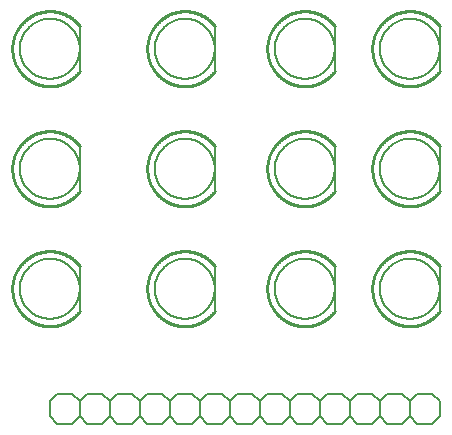
<source format=gto>
G75*
%MOIN*%
%OFA0B0*%
%FSLAX25Y25*%
%IPPOS*%
%LPD*%
%AMOC8*
5,1,8,0,0,1.08239X$1,22.5*
%
%ADD10C,0.00600*%
%ADD11C,0.00800*%
%ADD12C,0.01000*%
D10*
X0016000Y0008500D02*
X0018500Y0006000D01*
X0023500Y0006000D01*
X0026000Y0008500D01*
X0028500Y0006000D01*
X0033500Y0006000D01*
X0036000Y0008500D01*
X0036000Y0013500D01*
X0033500Y0016000D01*
X0028500Y0016000D01*
X0026000Y0013500D01*
X0026000Y0008500D01*
X0026000Y0013500D02*
X0023500Y0016000D01*
X0018500Y0016000D01*
X0016000Y0013500D01*
X0016000Y0008500D01*
X0036000Y0008500D02*
X0038500Y0006000D01*
X0043500Y0006000D01*
X0046000Y0008500D01*
X0048500Y0006000D01*
X0053500Y0006000D01*
X0056000Y0008500D01*
X0058500Y0006000D01*
X0063500Y0006000D01*
X0066000Y0008500D01*
X0066000Y0013500D01*
X0063500Y0016000D01*
X0058500Y0016000D01*
X0056000Y0013500D01*
X0056000Y0008500D01*
X0056000Y0013500D02*
X0053500Y0016000D01*
X0048500Y0016000D01*
X0046000Y0013500D01*
X0046000Y0008500D01*
X0046000Y0013500D02*
X0043500Y0016000D01*
X0038500Y0016000D01*
X0036000Y0013500D01*
X0066000Y0013500D02*
X0068500Y0016000D01*
X0073500Y0016000D01*
X0076000Y0013500D01*
X0078500Y0016000D01*
X0083500Y0016000D01*
X0086000Y0013500D01*
X0088500Y0016000D01*
X0093500Y0016000D01*
X0096000Y0013500D01*
X0096000Y0008500D01*
X0093500Y0006000D01*
X0088500Y0006000D01*
X0086000Y0008500D01*
X0083500Y0006000D01*
X0078500Y0006000D01*
X0076000Y0008500D01*
X0073500Y0006000D01*
X0068500Y0006000D01*
X0066000Y0008500D01*
X0076000Y0008500D02*
X0076000Y0013500D01*
X0086000Y0013500D02*
X0086000Y0008500D01*
X0096000Y0008500D02*
X0098500Y0006000D01*
X0103500Y0006000D01*
X0106000Y0008500D01*
X0108500Y0006000D01*
X0113500Y0006000D01*
X0116000Y0008500D01*
X0118500Y0006000D01*
X0123500Y0006000D01*
X0126000Y0008500D01*
X0126000Y0013500D01*
X0123500Y0016000D01*
X0118500Y0016000D01*
X0116000Y0013500D01*
X0116000Y0008500D01*
X0116000Y0013500D02*
X0113500Y0016000D01*
X0108500Y0016000D01*
X0106000Y0013500D01*
X0106000Y0008500D01*
X0106000Y0013500D02*
X0103500Y0016000D01*
X0098500Y0016000D01*
X0096000Y0013500D01*
X0126000Y0013500D02*
X0128500Y0016000D01*
X0133500Y0016000D01*
X0136000Y0013500D01*
X0138500Y0016000D01*
X0143500Y0016000D01*
X0146000Y0013500D01*
X0146000Y0008500D01*
X0143500Y0006000D01*
X0138500Y0006000D01*
X0136000Y0008500D01*
X0133500Y0006000D01*
X0128500Y0006000D01*
X0126000Y0008500D01*
X0136000Y0008500D02*
X0136000Y0013500D01*
X0126000Y0051000D02*
X0126003Y0051245D01*
X0126012Y0051491D01*
X0126027Y0051736D01*
X0126048Y0051980D01*
X0126075Y0052224D01*
X0126108Y0052467D01*
X0126147Y0052710D01*
X0126192Y0052951D01*
X0126243Y0053191D01*
X0126300Y0053430D01*
X0126362Y0053667D01*
X0126431Y0053903D01*
X0126505Y0054137D01*
X0126585Y0054369D01*
X0126670Y0054599D01*
X0126761Y0054827D01*
X0126858Y0055052D01*
X0126960Y0055276D01*
X0127068Y0055496D01*
X0127181Y0055714D01*
X0127299Y0055929D01*
X0127423Y0056141D01*
X0127551Y0056350D01*
X0127685Y0056556D01*
X0127824Y0056758D01*
X0127968Y0056957D01*
X0128117Y0057152D01*
X0128270Y0057344D01*
X0128428Y0057532D01*
X0128590Y0057716D01*
X0128758Y0057895D01*
X0128929Y0058071D01*
X0129105Y0058242D01*
X0129284Y0058410D01*
X0129468Y0058572D01*
X0129656Y0058730D01*
X0129848Y0058883D01*
X0130043Y0059032D01*
X0130242Y0059176D01*
X0130444Y0059315D01*
X0130650Y0059449D01*
X0130859Y0059577D01*
X0131071Y0059701D01*
X0131286Y0059819D01*
X0131504Y0059932D01*
X0131724Y0060040D01*
X0131948Y0060142D01*
X0132173Y0060239D01*
X0132401Y0060330D01*
X0132631Y0060415D01*
X0132863Y0060495D01*
X0133097Y0060569D01*
X0133333Y0060638D01*
X0133570Y0060700D01*
X0133809Y0060757D01*
X0134049Y0060808D01*
X0134290Y0060853D01*
X0134533Y0060892D01*
X0134776Y0060925D01*
X0135020Y0060952D01*
X0135264Y0060973D01*
X0135509Y0060988D01*
X0135755Y0060997D01*
X0136000Y0061000D01*
X0136245Y0060997D01*
X0136491Y0060988D01*
X0136736Y0060973D01*
X0136980Y0060952D01*
X0137224Y0060925D01*
X0137467Y0060892D01*
X0137710Y0060853D01*
X0137951Y0060808D01*
X0138191Y0060757D01*
X0138430Y0060700D01*
X0138667Y0060638D01*
X0138903Y0060569D01*
X0139137Y0060495D01*
X0139369Y0060415D01*
X0139599Y0060330D01*
X0139827Y0060239D01*
X0140052Y0060142D01*
X0140276Y0060040D01*
X0140496Y0059932D01*
X0140714Y0059819D01*
X0140929Y0059701D01*
X0141141Y0059577D01*
X0141350Y0059449D01*
X0141556Y0059315D01*
X0141758Y0059176D01*
X0141957Y0059032D01*
X0142152Y0058883D01*
X0142344Y0058730D01*
X0142532Y0058572D01*
X0142716Y0058410D01*
X0142895Y0058242D01*
X0143071Y0058071D01*
X0143242Y0057895D01*
X0143410Y0057716D01*
X0143572Y0057532D01*
X0143730Y0057344D01*
X0143883Y0057152D01*
X0144032Y0056957D01*
X0144176Y0056758D01*
X0144315Y0056556D01*
X0144449Y0056350D01*
X0144577Y0056141D01*
X0144701Y0055929D01*
X0144819Y0055714D01*
X0144932Y0055496D01*
X0145040Y0055276D01*
X0145142Y0055052D01*
X0145239Y0054827D01*
X0145330Y0054599D01*
X0145415Y0054369D01*
X0145495Y0054137D01*
X0145569Y0053903D01*
X0145638Y0053667D01*
X0145700Y0053430D01*
X0145757Y0053191D01*
X0145808Y0052951D01*
X0145853Y0052710D01*
X0145892Y0052467D01*
X0145925Y0052224D01*
X0145952Y0051980D01*
X0145973Y0051736D01*
X0145988Y0051491D01*
X0145997Y0051245D01*
X0146000Y0051000D01*
X0145997Y0050755D01*
X0145988Y0050509D01*
X0145973Y0050264D01*
X0145952Y0050020D01*
X0145925Y0049776D01*
X0145892Y0049533D01*
X0145853Y0049290D01*
X0145808Y0049049D01*
X0145757Y0048809D01*
X0145700Y0048570D01*
X0145638Y0048333D01*
X0145569Y0048097D01*
X0145495Y0047863D01*
X0145415Y0047631D01*
X0145330Y0047401D01*
X0145239Y0047173D01*
X0145142Y0046948D01*
X0145040Y0046724D01*
X0144932Y0046504D01*
X0144819Y0046286D01*
X0144701Y0046071D01*
X0144577Y0045859D01*
X0144449Y0045650D01*
X0144315Y0045444D01*
X0144176Y0045242D01*
X0144032Y0045043D01*
X0143883Y0044848D01*
X0143730Y0044656D01*
X0143572Y0044468D01*
X0143410Y0044284D01*
X0143242Y0044105D01*
X0143071Y0043929D01*
X0142895Y0043758D01*
X0142716Y0043590D01*
X0142532Y0043428D01*
X0142344Y0043270D01*
X0142152Y0043117D01*
X0141957Y0042968D01*
X0141758Y0042824D01*
X0141556Y0042685D01*
X0141350Y0042551D01*
X0141141Y0042423D01*
X0140929Y0042299D01*
X0140714Y0042181D01*
X0140496Y0042068D01*
X0140276Y0041960D01*
X0140052Y0041858D01*
X0139827Y0041761D01*
X0139599Y0041670D01*
X0139369Y0041585D01*
X0139137Y0041505D01*
X0138903Y0041431D01*
X0138667Y0041362D01*
X0138430Y0041300D01*
X0138191Y0041243D01*
X0137951Y0041192D01*
X0137710Y0041147D01*
X0137467Y0041108D01*
X0137224Y0041075D01*
X0136980Y0041048D01*
X0136736Y0041027D01*
X0136491Y0041012D01*
X0136245Y0041003D01*
X0136000Y0041000D01*
X0135755Y0041003D01*
X0135509Y0041012D01*
X0135264Y0041027D01*
X0135020Y0041048D01*
X0134776Y0041075D01*
X0134533Y0041108D01*
X0134290Y0041147D01*
X0134049Y0041192D01*
X0133809Y0041243D01*
X0133570Y0041300D01*
X0133333Y0041362D01*
X0133097Y0041431D01*
X0132863Y0041505D01*
X0132631Y0041585D01*
X0132401Y0041670D01*
X0132173Y0041761D01*
X0131948Y0041858D01*
X0131724Y0041960D01*
X0131504Y0042068D01*
X0131286Y0042181D01*
X0131071Y0042299D01*
X0130859Y0042423D01*
X0130650Y0042551D01*
X0130444Y0042685D01*
X0130242Y0042824D01*
X0130043Y0042968D01*
X0129848Y0043117D01*
X0129656Y0043270D01*
X0129468Y0043428D01*
X0129284Y0043590D01*
X0129105Y0043758D01*
X0128929Y0043929D01*
X0128758Y0044105D01*
X0128590Y0044284D01*
X0128428Y0044468D01*
X0128270Y0044656D01*
X0128117Y0044848D01*
X0127968Y0045043D01*
X0127824Y0045242D01*
X0127685Y0045444D01*
X0127551Y0045650D01*
X0127423Y0045859D01*
X0127299Y0046071D01*
X0127181Y0046286D01*
X0127068Y0046504D01*
X0126960Y0046724D01*
X0126858Y0046948D01*
X0126761Y0047173D01*
X0126670Y0047401D01*
X0126585Y0047631D01*
X0126505Y0047863D01*
X0126431Y0048097D01*
X0126362Y0048333D01*
X0126300Y0048570D01*
X0126243Y0048809D01*
X0126192Y0049049D01*
X0126147Y0049290D01*
X0126108Y0049533D01*
X0126075Y0049776D01*
X0126048Y0050020D01*
X0126027Y0050264D01*
X0126012Y0050509D01*
X0126003Y0050755D01*
X0126000Y0051000D01*
X0091000Y0051000D02*
X0091003Y0051245D01*
X0091012Y0051491D01*
X0091027Y0051736D01*
X0091048Y0051980D01*
X0091075Y0052224D01*
X0091108Y0052467D01*
X0091147Y0052710D01*
X0091192Y0052951D01*
X0091243Y0053191D01*
X0091300Y0053430D01*
X0091362Y0053667D01*
X0091431Y0053903D01*
X0091505Y0054137D01*
X0091585Y0054369D01*
X0091670Y0054599D01*
X0091761Y0054827D01*
X0091858Y0055052D01*
X0091960Y0055276D01*
X0092068Y0055496D01*
X0092181Y0055714D01*
X0092299Y0055929D01*
X0092423Y0056141D01*
X0092551Y0056350D01*
X0092685Y0056556D01*
X0092824Y0056758D01*
X0092968Y0056957D01*
X0093117Y0057152D01*
X0093270Y0057344D01*
X0093428Y0057532D01*
X0093590Y0057716D01*
X0093758Y0057895D01*
X0093929Y0058071D01*
X0094105Y0058242D01*
X0094284Y0058410D01*
X0094468Y0058572D01*
X0094656Y0058730D01*
X0094848Y0058883D01*
X0095043Y0059032D01*
X0095242Y0059176D01*
X0095444Y0059315D01*
X0095650Y0059449D01*
X0095859Y0059577D01*
X0096071Y0059701D01*
X0096286Y0059819D01*
X0096504Y0059932D01*
X0096724Y0060040D01*
X0096948Y0060142D01*
X0097173Y0060239D01*
X0097401Y0060330D01*
X0097631Y0060415D01*
X0097863Y0060495D01*
X0098097Y0060569D01*
X0098333Y0060638D01*
X0098570Y0060700D01*
X0098809Y0060757D01*
X0099049Y0060808D01*
X0099290Y0060853D01*
X0099533Y0060892D01*
X0099776Y0060925D01*
X0100020Y0060952D01*
X0100264Y0060973D01*
X0100509Y0060988D01*
X0100755Y0060997D01*
X0101000Y0061000D01*
X0101245Y0060997D01*
X0101491Y0060988D01*
X0101736Y0060973D01*
X0101980Y0060952D01*
X0102224Y0060925D01*
X0102467Y0060892D01*
X0102710Y0060853D01*
X0102951Y0060808D01*
X0103191Y0060757D01*
X0103430Y0060700D01*
X0103667Y0060638D01*
X0103903Y0060569D01*
X0104137Y0060495D01*
X0104369Y0060415D01*
X0104599Y0060330D01*
X0104827Y0060239D01*
X0105052Y0060142D01*
X0105276Y0060040D01*
X0105496Y0059932D01*
X0105714Y0059819D01*
X0105929Y0059701D01*
X0106141Y0059577D01*
X0106350Y0059449D01*
X0106556Y0059315D01*
X0106758Y0059176D01*
X0106957Y0059032D01*
X0107152Y0058883D01*
X0107344Y0058730D01*
X0107532Y0058572D01*
X0107716Y0058410D01*
X0107895Y0058242D01*
X0108071Y0058071D01*
X0108242Y0057895D01*
X0108410Y0057716D01*
X0108572Y0057532D01*
X0108730Y0057344D01*
X0108883Y0057152D01*
X0109032Y0056957D01*
X0109176Y0056758D01*
X0109315Y0056556D01*
X0109449Y0056350D01*
X0109577Y0056141D01*
X0109701Y0055929D01*
X0109819Y0055714D01*
X0109932Y0055496D01*
X0110040Y0055276D01*
X0110142Y0055052D01*
X0110239Y0054827D01*
X0110330Y0054599D01*
X0110415Y0054369D01*
X0110495Y0054137D01*
X0110569Y0053903D01*
X0110638Y0053667D01*
X0110700Y0053430D01*
X0110757Y0053191D01*
X0110808Y0052951D01*
X0110853Y0052710D01*
X0110892Y0052467D01*
X0110925Y0052224D01*
X0110952Y0051980D01*
X0110973Y0051736D01*
X0110988Y0051491D01*
X0110997Y0051245D01*
X0111000Y0051000D01*
X0110997Y0050755D01*
X0110988Y0050509D01*
X0110973Y0050264D01*
X0110952Y0050020D01*
X0110925Y0049776D01*
X0110892Y0049533D01*
X0110853Y0049290D01*
X0110808Y0049049D01*
X0110757Y0048809D01*
X0110700Y0048570D01*
X0110638Y0048333D01*
X0110569Y0048097D01*
X0110495Y0047863D01*
X0110415Y0047631D01*
X0110330Y0047401D01*
X0110239Y0047173D01*
X0110142Y0046948D01*
X0110040Y0046724D01*
X0109932Y0046504D01*
X0109819Y0046286D01*
X0109701Y0046071D01*
X0109577Y0045859D01*
X0109449Y0045650D01*
X0109315Y0045444D01*
X0109176Y0045242D01*
X0109032Y0045043D01*
X0108883Y0044848D01*
X0108730Y0044656D01*
X0108572Y0044468D01*
X0108410Y0044284D01*
X0108242Y0044105D01*
X0108071Y0043929D01*
X0107895Y0043758D01*
X0107716Y0043590D01*
X0107532Y0043428D01*
X0107344Y0043270D01*
X0107152Y0043117D01*
X0106957Y0042968D01*
X0106758Y0042824D01*
X0106556Y0042685D01*
X0106350Y0042551D01*
X0106141Y0042423D01*
X0105929Y0042299D01*
X0105714Y0042181D01*
X0105496Y0042068D01*
X0105276Y0041960D01*
X0105052Y0041858D01*
X0104827Y0041761D01*
X0104599Y0041670D01*
X0104369Y0041585D01*
X0104137Y0041505D01*
X0103903Y0041431D01*
X0103667Y0041362D01*
X0103430Y0041300D01*
X0103191Y0041243D01*
X0102951Y0041192D01*
X0102710Y0041147D01*
X0102467Y0041108D01*
X0102224Y0041075D01*
X0101980Y0041048D01*
X0101736Y0041027D01*
X0101491Y0041012D01*
X0101245Y0041003D01*
X0101000Y0041000D01*
X0100755Y0041003D01*
X0100509Y0041012D01*
X0100264Y0041027D01*
X0100020Y0041048D01*
X0099776Y0041075D01*
X0099533Y0041108D01*
X0099290Y0041147D01*
X0099049Y0041192D01*
X0098809Y0041243D01*
X0098570Y0041300D01*
X0098333Y0041362D01*
X0098097Y0041431D01*
X0097863Y0041505D01*
X0097631Y0041585D01*
X0097401Y0041670D01*
X0097173Y0041761D01*
X0096948Y0041858D01*
X0096724Y0041960D01*
X0096504Y0042068D01*
X0096286Y0042181D01*
X0096071Y0042299D01*
X0095859Y0042423D01*
X0095650Y0042551D01*
X0095444Y0042685D01*
X0095242Y0042824D01*
X0095043Y0042968D01*
X0094848Y0043117D01*
X0094656Y0043270D01*
X0094468Y0043428D01*
X0094284Y0043590D01*
X0094105Y0043758D01*
X0093929Y0043929D01*
X0093758Y0044105D01*
X0093590Y0044284D01*
X0093428Y0044468D01*
X0093270Y0044656D01*
X0093117Y0044848D01*
X0092968Y0045043D01*
X0092824Y0045242D01*
X0092685Y0045444D01*
X0092551Y0045650D01*
X0092423Y0045859D01*
X0092299Y0046071D01*
X0092181Y0046286D01*
X0092068Y0046504D01*
X0091960Y0046724D01*
X0091858Y0046948D01*
X0091761Y0047173D01*
X0091670Y0047401D01*
X0091585Y0047631D01*
X0091505Y0047863D01*
X0091431Y0048097D01*
X0091362Y0048333D01*
X0091300Y0048570D01*
X0091243Y0048809D01*
X0091192Y0049049D01*
X0091147Y0049290D01*
X0091108Y0049533D01*
X0091075Y0049776D01*
X0091048Y0050020D01*
X0091027Y0050264D01*
X0091012Y0050509D01*
X0091003Y0050755D01*
X0091000Y0051000D01*
X0051000Y0051000D02*
X0051003Y0051245D01*
X0051012Y0051491D01*
X0051027Y0051736D01*
X0051048Y0051980D01*
X0051075Y0052224D01*
X0051108Y0052467D01*
X0051147Y0052710D01*
X0051192Y0052951D01*
X0051243Y0053191D01*
X0051300Y0053430D01*
X0051362Y0053667D01*
X0051431Y0053903D01*
X0051505Y0054137D01*
X0051585Y0054369D01*
X0051670Y0054599D01*
X0051761Y0054827D01*
X0051858Y0055052D01*
X0051960Y0055276D01*
X0052068Y0055496D01*
X0052181Y0055714D01*
X0052299Y0055929D01*
X0052423Y0056141D01*
X0052551Y0056350D01*
X0052685Y0056556D01*
X0052824Y0056758D01*
X0052968Y0056957D01*
X0053117Y0057152D01*
X0053270Y0057344D01*
X0053428Y0057532D01*
X0053590Y0057716D01*
X0053758Y0057895D01*
X0053929Y0058071D01*
X0054105Y0058242D01*
X0054284Y0058410D01*
X0054468Y0058572D01*
X0054656Y0058730D01*
X0054848Y0058883D01*
X0055043Y0059032D01*
X0055242Y0059176D01*
X0055444Y0059315D01*
X0055650Y0059449D01*
X0055859Y0059577D01*
X0056071Y0059701D01*
X0056286Y0059819D01*
X0056504Y0059932D01*
X0056724Y0060040D01*
X0056948Y0060142D01*
X0057173Y0060239D01*
X0057401Y0060330D01*
X0057631Y0060415D01*
X0057863Y0060495D01*
X0058097Y0060569D01*
X0058333Y0060638D01*
X0058570Y0060700D01*
X0058809Y0060757D01*
X0059049Y0060808D01*
X0059290Y0060853D01*
X0059533Y0060892D01*
X0059776Y0060925D01*
X0060020Y0060952D01*
X0060264Y0060973D01*
X0060509Y0060988D01*
X0060755Y0060997D01*
X0061000Y0061000D01*
X0061245Y0060997D01*
X0061491Y0060988D01*
X0061736Y0060973D01*
X0061980Y0060952D01*
X0062224Y0060925D01*
X0062467Y0060892D01*
X0062710Y0060853D01*
X0062951Y0060808D01*
X0063191Y0060757D01*
X0063430Y0060700D01*
X0063667Y0060638D01*
X0063903Y0060569D01*
X0064137Y0060495D01*
X0064369Y0060415D01*
X0064599Y0060330D01*
X0064827Y0060239D01*
X0065052Y0060142D01*
X0065276Y0060040D01*
X0065496Y0059932D01*
X0065714Y0059819D01*
X0065929Y0059701D01*
X0066141Y0059577D01*
X0066350Y0059449D01*
X0066556Y0059315D01*
X0066758Y0059176D01*
X0066957Y0059032D01*
X0067152Y0058883D01*
X0067344Y0058730D01*
X0067532Y0058572D01*
X0067716Y0058410D01*
X0067895Y0058242D01*
X0068071Y0058071D01*
X0068242Y0057895D01*
X0068410Y0057716D01*
X0068572Y0057532D01*
X0068730Y0057344D01*
X0068883Y0057152D01*
X0069032Y0056957D01*
X0069176Y0056758D01*
X0069315Y0056556D01*
X0069449Y0056350D01*
X0069577Y0056141D01*
X0069701Y0055929D01*
X0069819Y0055714D01*
X0069932Y0055496D01*
X0070040Y0055276D01*
X0070142Y0055052D01*
X0070239Y0054827D01*
X0070330Y0054599D01*
X0070415Y0054369D01*
X0070495Y0054137D01*
X0070569Y0053903D01*
X0070638Y0053667D01*
X0070700Y0053430D01*
X0070757Y0053191D01*
X0070808Y0052951D01*
X0070853Y0052710D01*
X0070892Y0052467D01*
X0070925Y0052224D01*
X0070952Y0051980D01*
X0070973Y0051736D01*
X0070988Y0051491D01*
X0070997Y0051245D01*
X0071000Y0051000D01*
X0070997Y0050755D01*
X0070988Y0050509D01*
X0070973Y0050264D01*
X0070952Y0050020D01*
X0070925Y0049776D01*
X0070892Y0049533D01*
X0070853Y0049290D01*
X0070808Y0049049D01*
X0070757Y0048809D01*
X0070700Y0048570D01*
X0070638Y0048333D01*
X0070569Y0048097D01*
X0070495Y0047863D01*
X0070415Y0047631D01*
X0070330Y0047401D01*
X0070239Y0047173D01*
X0070142Y0046948D01*
X0070040Y0046724D01*
X0069932Y0046504D01*
X0069819Y0046286D01*
X0069701Y0046071D01*
X0069577Y0045859D01*
X0069449Y0045650D01*
X0069315Y0045444D01*
X0069176Y0045242D01*
X0069032Y0045043D01*
X0068883Y0044848D01*
X0068730Y0044656D01*
X0068572Y0044468D01*
X0068410Y0044284D01*
X0068242Y0044105D01*
X0068071Y0043929D01*
X0067895Y0043758D01*
X0067716Y0043590D01*
X0067532Y0043428D01*
X0067344Y0043270D01*
X0067152Y0043117D01*
X0066957Y0042968D01*
X0066758Y0042824D01*
X0066556Y0042685D01*
X0066350Y0042551D01*
X0066141Y0042423D01*
X0065929Y0042299D01*
X0065714Y0042181D01*
X0065496Y0042068D01*
X0065276Y0041960D01*
X0065052Y0041858D01*
X0064827Y0041761D01*
X0064599Y0041670D01*
X0064369Y0041585D01*
X0064137Y0041505D01*
X0063903Y0041431D01*
X0063667Y0041362D01*
X0063430Y0041300D01*
X0063191Y0041243D01*
X0062951Y0041192D01*
X0062710Y0041147D01*
X0062467Y0041108D01*
X0062224Y0041075D01*
X0061980Y0041048D01*
X0061736Y0041027D01*
X0061491Y0041012D01*
X0061245Y0041003D01*
X0061000Y0041000D01*
X0060755Y0041003D01*
X0060509Y0041012D01*
X0060264Y0041027D01*
X0060020Y0041048D01*
X0059776Y0041075D01*
X0059533Y0041108D01*
X0059290Y0041147D01*
X0059049Y0041192D01*
X0058809Y0041243D01*
X0058570Y0041300D01*
X0058333Y0041362D01*
X0058097Y0041431D01*
X0057863Y0041505D01*
X0057631Y0041585D01*
X0057401Y0041670D01*
X0057173Y0041761D01*
X0056948Y0041858D01*
X0056724Y0041960D01*
X0056504Y0042068D01*
X0056286Y0042181D01*
X0056071Y0042299D01*
X0055859Y0042423D01*
X0055650Y0042551D01*
X0055444Y0042685D01*
X0055242Y0042824D01*
X0055043Y0042968D01*
X0054848Y0043117D01*
X0054656Y0043270D01*
X0054468Y0043428D01*
X0054284Y0043590D01*
X0054105Y0043758D01*
X0053929Y0043929D01*
X0053758Y0044105D01*
X0053590Y0044284D01*
X0053428Y0044468D01*
X0053270Y0044656D01*
X0053117Y0044848D01*
X0052968Y0045043D01*
X0052824Y0045242D01*
X0052685Y0045444D01*
X0052551Y0045650D01*
X0052423Y0045859D01*
X0052299Y0046071D01*
X0052181Y0046286D01*
X0052068Y0046504D01*
X0051960Y0046724D01*
X0051858Y0046948D01*
X0051761Y0047173D01*
X0051670Y0047401D01*
X0051585Y0047631D01*
X0051505Y0047863D01*
X0051431Y0048097D01*
X0051362Y0048333D01*
X0051300Y0048570D01*
X0051243Y0048809D01*
X0051192Y0049049D01*
X0051147Y0049290D01*
X0051108Y0049533D01*
X0051075Y0049776D01*
X0051048Y0050020D01*
X0051027Y0050264D01*
X0051012Y0050509D01*
X0051003Y0050755D01*
X0051000Y0051000D01*
X0006000Y0051000D02*
X0006003Y0051245D01*
X0006012Y0051491D01*
X0006027Y0051736D01*
X0006048Y0051980D01*
X0006075Y0052224D01*
X0006108Y0052467D01*
X0006147Y0052710D01*
X0006192Y0052951D01*
X0006243Y0053191D01*
X0006300Y0053430D01*
X0006362Y0053667D01*
X0006431Y0053903D01*
X0006505Y0054137D01*
X0006585Y0054369D01*
X0006670Y0054599D01*
X0006761Y0054827D01*
X0006858Y0055052D01*
X0006960Y0055276D01*
X0007068Y0055496D01*
X0007181Y0055714D01*
X0007299Y0055929D01*
X0007423Y0056141D01*
X0007551Y0056350D01*
X0007685Y0056556D01*
X0007824Y0056758D01*
X0007968Y0056957D01*
X0008117Y0057152D01*
X0008270Y0057344D01*
X0008428Y0057532D01*
X0008590Y0057716D01*
X0008758Y0057895D01*
X0008929Y0058071D01*
X0009105Y0058242D01*
X0009284Y0058410D01*
X0009468Y0058572D01*
X0009656Y0058730D01*
X0009848Y0058883D01*
X0010043Y0059032D01*
X0010242Y0059176D01*
X0010444Y0059315D01*
X0010650Y0059449D01*
X0010859Y0059577D01*
X0011071Y0059701D01*
X0011286Y0059819D01*
X0011504Y0059932D01*
X0011724Y0060040D01*
X0011948Y0060142D01*
X0012173Y0060239D01*
X0012401Y0060330D01*
X0012631Y0060415D01*
X0012863Y0060495D01*
X0013097Y0060569D01*
X0013333Y0060638D01*
X0013570Y0060700D01*
X0013809Y0060757D01*
X0014049Y0060808D01*
X0014290Y0060853D01*
X0014533Y0060892D01*
X0014776Y0060925D01*
X0015020Y0060952D01*
X0015264Y0060973D01*
X0015509Y0060988D01*
X0015755Y0060997D01*
X0016000Y0061000D01*
X0016245Y0060997D01*
X0016491Y0060988D01*
X0016736Y0060973D01*
X0016980Y0060952D01*
X0017224Y0060925D01*
X0017467Y0060892D01*
X0017710Y0060853D01*
X0017951Y0060808D01*
X0018191Y0060757D01*
X0018430Y0060700D01*
X0018667Y0060638D01*
X0018903Y0060569D01*
X0019137Y0060495D01*
X0019369Y0060415D01*
X0019599Y0060330D01*
X0019827Y0060239D01*
X0020052Y0060142D01*
X0020276Y0060040D01*
X0020496Y0059932D01*
X0020714Y0059819D01*
X0020929Y0059701D01*
X0021141Y0059577D01*
X0021350Y0059449D01*
X0021556Y0059315D01*
X0021758Y0059176D01*
X0021957Y0059032D01*
X0022152Y0058883D01*
X0022344Y0058730D01*
X0022532Y0058572D01*
X0022716Y0058410D01*
X0022895Y0058242D01*
X0023071Y0058071D01*
X0023242Y0057895D01*
X0023410Y0057716D01*
X0023572Y0057532D01*
X0023730Y0057344D01*
X0023883Y0057152D01*
X0024032Y0056957D01*
X0024176Y0056758D01*
X0024315Y0056556D01*
X0024449Y0056350D01*
X0024577Y0056141D01*
X0024701Y0055929D01*
X0024819Y0055714D01*
X0024932Y0055496D01*
X0025040Y0055276D01*
X0025142Y0055052D01*
X0025239Y0054827D01*
X0025330Y0054599D01*
X0025415Y0054369D01*
X0025495Y0054137D01*
X0025569Y0053903D01*
X0025638Y0053667D01*
X0025700Y0053430D01*
X0025757Y0053191D01*
X0025808Y0052951D01*
X0025853Y0052710D01*
X0025892Y0052467D01*
X0025925Y0052224D01*
X0025952Y0051980D01*
X0025973Y0051736D01*
X0025988Y0051491D01*
X0025997Y0051245D01*
X0026000Y0051000D01*
X0025997Y0050755D01*
X0025988Y0050509D01*
X0025973Y0050264D01*
X0025952Y0050020D01*
X0025925Y0049776D01*
X0025892Y0049533D01*
X0025853Y0049290D01*
X0025808Y0049049D01*
X0025757Y0048809D01*
X0025700Y0048570D01*
X0025638Y0048333D01*
X0025569Y0048097D01*
X0025495Y0047863D01*
X0025415Y0047631D01*
X0025330Y0047401D01*
X0025239Y0047173D01*
X0025142Y0046948D01*
X0025040Y0046724D01*
X0024932Y0046504D01*
X0024819Y0046286D01*
X0024701Y0046071D01*
X0024577Y0045859D01*
X0024449Y0045650D01*
X0024315Y0045444D01*
X0024176Y0045242D01*
X0024032Y0045043D01*
X0023883Y0044848D01*
X0023730Y0044656D01*
X0023572Y0044468D01*
X0023410Y0044284D01*
X0023242Y0044105D01*
X0023071Y0043929D01*
X0022895Y0043758D01*
X0022716Y0043590D01*
X0022532Y0043428D01*
X0022344Y0043270D01*
X0022152Y0043117D01*
X0021957Y0042968D01*
X0021758Y0042824D01*
X0021556Y0042685D01*
X0021350Y0042551D01*
X0021141Y0042423D01*
X0020929Y0042299D01*
X0020714Y0042181D01*
X0020496Y0042068D01*
X0020276Y0041960D01*
X0020052Y0041858D01*
X0019827Y0041761D01*
X0019599Y0041670D01*
X0019369Y0041585D01*
X0019137Y0041505D01*
X0018903Y0041431D01*
X0018667Y0041362D01*
X0018430Y0041300D01*
X0018191Y0041243D01*
X0017951Y0041192D01*
X0017710Y0041147D01*
X0017467Y0041108D01*
X0017224Y0041075D01*
X0016980Y0041048D01*
X0016736Y0041027D01*
X0016491Y0041012D01*
X0016245Y0041003D01*
X0016000Y0041000D01*
X0015755Y0041003D01*
X0015509Y0041012D01*
X0015264Y0041027D01*
X0015020Y0041048D01*
X0014776Y0041075D01*
X0014533Y0041108D01*
X0014290Y0041147D01*
X0014049Y0041192D01*
X0013809Y0041243D01*
X0013570Y0041300D01*
X0013333Y0041362D01*
X0013097Y0041431D01*
X0012863Y0041505D01*
X0012631Y0041585D01*
X0012401Y0041670D01*
X0012173Y0041761D01*
X0011948Y0041858D01*
X0011724Y0041960D01*
X0011504Y0042068D01*
X0011286Y0042181D01*
X0011071Y0042299D01*
X0010859Y0042423D01*
X0010650Y0042551D01*
X0010444Y0042685D01*
X0010242Y0042824D01*
X0010043Y0042968D01*
X0009848Y0043117D01*
X0009656Y0043270D01*
X0009468Y0043428D01*
X0009284Y0043590D01*
X0009105Y0043758D01*
X0008929Y0043929D01*
X0008758Y0044105D01*
X0008590Y0044284D01*
X0008428Y0044468D01*
X0008270Y0044656D01*
X0008117Y0044848D01*
X0007968Y0045043D01*
X0007824Y0045242D01*
X0007685Y0045444D01*
X0007551Y0045650D01*
X0007423Y0045859D01*
X0007299Y0046071D01*
X0007181Y0046286D01*
X0007068Y0046504D01*
X0006960Y0046724D01*
X0006858Y0046948D01*
X0006761Y0047173D01*
X0006670Y0047401D01*
X0006585Y0047631D01*
X0006505Y0047863D01*
X0006431Y0048097D01*
X0006362Y0048333D01*
X0006300Y0048570D01*
X0006243Y0048809D01*
X0006192Y0049049D01*
X0006147Y0049290D01*
X0006108Y0049533D01*
X0006075Y0049776D01*
X0006048Y0050020D01*
X0006027Y0050264D01*
X0006012Y0050509D01*
X0006003Y0050755D01*
X0006000Y0051000D01*
X0006000Y0091000D02*
X0006003Y0091245D01*
X0006012Y0091491D01*
X0006027Y0091736D01*
X0006048Y0091980D01*
X0006075Y0092224D01*
X0006108Y0092467D01*
X0006147Y0092710D01*
X0006192Y0092951D01*
X0006243Y0093191D01*
X0006300Y0093430D01*
X0006362Y0093667D01*
X0006431Y0093903D01*
X0006505Y0094137D01*
X0006585Y0094369D01*
X0006670Y0094599D01*
X0006761Y0094827D01*
X0006858Y0095052D01*
X0006960Y0095276D01*
X0007068Y0095496D01*
X0007181Y0095714D01*
X0007299Y0095929D01*
X0007423Y0096141D01*
X0007551Y0096350D01*
X0007685Y0096556D01*
X0007824Y0096758D01*
X0007968Y0096957D01*
X0008117Y0097152D01*
X0008270Y0097344D01*
X0008428Y0097532D01*
X0008590Y0097716D01*
X0008758Y0097895D01*
X0008929Y0098071D01*
X0009105Y0098242D01*
X0009284Y0098410D01*
X0009468Y0098572D01*
X0009656Y0098730D01*
X0009848Y0098883D01*
X0010043Y0099032D01*
X0010242Y0099176D01*
X0010444Y0099315D01*
X0010650Y0099449D01*
X0010859Y0099577D01*
X0011071Y0099701D01*
X0011286Y0099819D01*
X0011504Y0099932D01*
X0011724Y0100040D01*
X0011948Y0100142D01*
X0012173Y0100239D01*
X0012401Y0100330D01*
X0012631Y0100415D01*
X0012863Y0100495D01*
X0013097Y0100569D01*
X0013333Y0100638D01*
X0013570Y0100700D01*
X0013809Y0100757D01*
X0014049Y0100808D01*
X0014290Y0100853D01*
X0014533Y0100892D01*
X0014776Y0100925D01*
X0015020Y0100952D01*
X0015264Y0100973D01*
X0015509Y0100988D01*
X0015755Y0100997D01*
X0016000Y0101000D01*
X0016245Y0100997D01*
X0016491Y0100988D01*
X0016736Y0100973D01*
X0016980Y0100952D01*
X0017224Y0100925D01*
X0017467Y0100892D01*
X0017710Y0100853D01*
X0017951Y0100808D01*
X0018191Y0100757D01*
X0018430Y0100700D01*
X0018667Y0100638D01*
X0018903Y0100569D01*
X0019137Y0100495D01*
X0019369Y0100415D01*
X0019599Y0100330D01*
X0019827Y0100239D01*
X0020052Y0100142D01*
X0020276Y0100040D01*
X0020496Y0099932D01*
X0020714Y0099819D01*
X0020929Y0099701D01*
X0021141Y0099577D01*
X0021350Y0099449D01*
X0021556Y0099315D01*
X0021758Y0099176D01*
X0021957Y0099032D01*
X0022152Y0098883D01*
X0022344Y0098730D01*
X0022532Y0098572D01*
X0022716Y0098410D01*
X0022895Y0098242D01*
X0023071Y0098071D01*
X0023242Y0097895D01*
X0023410Y0097716D01*
X0023572Y0097532D01*
X0023730Y0097344D01*
X0023883Y0097152D01*
X0024032Y0096957D01*
X0024176Y0096758D01*
X0024315Y0096556D01*
X0024449Y0096350D01*
X0024577Y0096141D01*
X0024701Y0095929D01*
X0024819Y0095714D01*
X0024932Y0095496D01*
X0025040Y0095276D01*
X0025142Y0095052D01*
X0025239Y0094827D01*
X0025330Y0094599D01*
X0025415Y0094369D01*
X0025495Y0094137D01*
X0025569Y0093903D01*
X0025638Y0093667D01*
X0025700Y0093430D01*
X0025757Y0093191D01*
X0025808Y0092951D01*
X0025853Y0092710D01*
X0025892Y0092467D01*
X0025925Y0092224D01*
X0025952Y0091980D01*
X0025973Y0091736D01*
X0025988Y0091491D01*
X0025997Y0091245D01*
X0026000Y0091000D01*
X0025997Y0090755D01*
X0025988Y0090509D01*
X0025973Y0090264D01*
X0025952Y0090020D01*
X0025925Y0089776D01*
X0025892Y0089533D01*
X0025853Y0089290D01*
X0025808Y0089049D01*
X0025757Y0088809D01*
X0025700Y0088570D01*
X0025638Y0088333D01*
X0025569Y0088097D01*
X0025495Y0087863D01*
X0025415Y0087631D01*
X0025330Y0087401D01*
X0025239Y0087173D01*
X0025142Y0086948D01*
X0025040Y0086724D01*
X0024932Y0086504D01*
X0024819Y0086286D01*
X0024701Y0086071D01*
X0024577Y0085859D01*
X0024449Y0085650D01*
X0024315Y0085444D01*
X0024176Y0085242D01*
X0024032Y0085043D01*
X0023883Y0084848D01*
X0023730Y0084656D01*
X0023572Y0084468D01*
X0023410Y0084284D01*
X0023242Y0084105D01*
X0023071Y0083929D01*
X0022895Y0083758D01*
X0022716Y0083590D01*
X0022532Y0083428D01*
X0022344Y0083270D01*
X0022152Y0083117D01*
X0021957Y0082968D01*
X0021758Y0082824D01*
X0021556Y0082685D01*
X0021350Y0082551D01*
X0021141Y0082423D01*
X0020929Y0082299D01*
X0020714Y0082181D01*
X0020496Y0082068D01*
X0020276Y0081960D01*
X0020052Y0081858D01*
X0019827Y0081761D01*
X0019599Y0081670D01*
X0019369Y0081585D01*
X0019137Y0081505D01*
X0018903Y0081431D01*
X0018667Y0081362D01*
X0018430Y0081300D01*
X0018191Y0081243D01*
X0017951Y0081192D01*
X0017710Y0081147D01*
X0017467Y0081108D01*
X0017224Y0081075D01*
X0016980Y0081048D01*
X0016736Y0081027D01*
X0016491Y0081012D01*
X0016245Y0081003D01*
X0016000Y0081000D01*
X0015755Y0081003D01*
X0015509Y0081012D01*
X0015264Y0081027D01*
X0015020Y0081048D01*
X0014776Y0081075D01*
X0014533Y0081108D01*
X0014290Y0081147D01*
X0014049Y0081192D01*
X0013809Y0081243D01*
X0013570Y0081300D01*
X0013333Y0081362D01*
X0013097Y0081431D01*
X0012863Y0081505D01*
X0012631Y0081585D01*
X0012401Y0081670D01*
X0012173Y0081761D01*
X0011948Y0081858D01*
X0011724Y0081960D01*
X0011504Y0082068D01*
X0011286Y0082181D01*
X0011071Y0082299D01*
X0010859Y0082423D01*
X0010650Y0082551D01*
X0010444Y0082685D01*
X0010242Y0082824D01*
X0010043Y0082968D01*
X0009848Y0083117D01*
X0009656Y0083270D01*
X0009468Y0083428D01*
X0009284Y0083590D01*
X0009105Y0083758D01*
X0008929Y0083929D01*
X0008758Y0084105D01*
X0008590Y0084284D01*
X0008428Y0084468D01*
X0008270Y0084656D01*
X0008117Y0084848D01*
X0007968Y0085043D01*
X0007824Y0085242D01*
X0007685Y0085444D01*
X0007551Y0085650D01*
X0007423Y0085859D01*
X0007299Y0086071D01*
X0007181Y0086286D01*
X0007068Y0086504D01*
X0006960Y0086724D01*
X0006858Y0086948D01*
X0006761Y0087173D01*
X0006670Y0087401D01*
X0006585Y0087631D01*
X0006505Y0087863D01*
X0006431Y0088097D01*
X0006362Y0088333D01*
X0006300Y0088570D01*
X0006243Y0088809D01*
X0006192Y0089049D01*
X0006147Y0089290D01*
X0006108Y0089533D01*
X0006075Y0089776D01*
X0006048Y0090020D01*
X0006027Y0090264D01*
X0006012Y0090509D01*
X0006003Y0090755D01*
X0006000Y0091000D01*
X0006000Y0131000D02*
X0006003Y0131245D01*
X0006012Y0131491D01*
X0006027Y0131736D01*
X0006048Y0131980D01*
X0006075Y0132224D01*
X0006108Y0132467D01*
X0006147Y0132710D01*
X0006192Y0132951D01*
X0006243Y0133191D01*
X0006300Y0133430D01*
X0006362Y0133667D01*
X0006431Y0133903D01*
X0006505Y0134137D01*
X0006585Y0134369D01*
X0006670Y0134599D01*
X0006761Y0134827D01*
X0006858Y0135052D01*
X0006960Y0135276D01*
X0007068Y0135496D01*
X0007181Y0135714D01*
X0007299Y0135929D01*
X0007423Y0136141D01*
X0007551Y0136350D01*
X0007685Y0136556D01*
X0007824Y0136758D01*
X0007968Y0136957D01*
X0008117Y0137152D01*
X0008270Y0137344D01*
X0008428Y0137532D01*
X0008590Y0137716D01*
X0008758Y0137895D01*
X0008929Y0138071D01*
X0009105Y0138242D01*
X0009284Y0138410D01*
X0009468Y0138572D01*
X0009656Y0138730D01*
X0009848Y0138883D01*
X0010043Y0139032D01*
X0010242Y0139176D01*
X0010444Y0139315D01*
X0010650Y0139449D01*
X0010859Y0139577D01*
X0011071Y0139701D01*
X0011286Y0139819D01*
X0011504Y0139932D01*
X0011724Y0140040D01*
X0011948Y0140142D01*
X0012173Y0140239D01*
X0012401Y0140330D01*
X0012631Y0140415D01*
X0012863Y0140495D01*
X0013097Y0140569D01*
X0013333Y0140638D01*
X0013570Y0140700D01*
X0013809Y0140757D01*
X0014049Y0140808D01*
X0014290Y0140853D01*
X0014533Y0140892D01*
X0014776Y0140925D01*
X0015020Y0140952D01*
X0015264Y0140973D01*
X0015509Y0140988D01*
X0015755Y0140997D01*
X0016000Y0141000D01*
X0016245Y0140997D01*
X0016491Y0140988D01*
X0016736Y0140973D01*
X0016980Y0140952D01*
X0017224Y0140925D01*
X0017467Y0140892D01*
X0017710Y0140853D01*
X0017951Y0140808D01*
X0018191Y0140757D01*
X0018430Y0140700D01*
X0018667Y0140638D01*
X0018903Y0140569D01*
X0019137Y0140495D01*
X0019369Y0140415D01*
X0019599Y0140330D01*
X0019827Y0140239D01*
X0020052Y0140142D01*
X0020276Y0140040D01*
X0020496Y0139932D01*
X0020714Y0139819D01*
X0020929Y0139701D01*
X0021141Y0139577D01*
X0021350Y0139449D01*
X0021556Y0139315D01*
X0021758Y0139176D01*
X0021957Y0139032D01*
X0022152Y0138883D01*
X0022344Y0138730D01*
X0022532Y0138572D01*
X0022716Y0138410D01*
X0022895Y0138242D01*
X0023071Y0138071D01*
X0023242Y0137895D01*
X0023410Y0137716D01*
X0023572Y0137532D01*
X0023730Y0137344D01*
X0023883Y0137152D01*
X0024032Y0136957D01*
X0024176Y0136758D01*
X0024315Y0136556D01*
X0024449Y0136350D01*
X0024577Y0136141D01*
X0024701Y0135929D01*
X0024819Y0135714D01*
X0024932Y0135496D01*
X0025040Y0135276D01*
X0025142Y0135052D01*
X0025239Y0134827D01*
X0025330Y0134599D01*
X0025415Y0134369D01*
X0025495Y0134137D01*
X0025569Y0133903D01*
X0025638Y0133667D01*
X0025700Y0133430D01*
X0025757Y0133191D01*
X0025808Y0132951D01*
X0025853Y0132710D01*
X0025892Y0132467D01*
X0025925Y0132224D01*
X0025952Y0131980D01*
X0025973Y0131736D01*
X0025988Y0131491D01*
X0025997Y0131245D01*
X0026000Y0131000D01*
X0025997Y0130755D01*
X0025988Y0130509D01*
X0025973Y0130264D01*
X0025952Y0130020D01*
X0025925Y0129776D01*
X0025892Y0129533D01*
X0025853Y0129290D01*
X0025808Y0129049D01*
X0025757Y0128809D01*
X0025700Y0128570D01*
X0025638Y0128333D01*
X0025569Y0128097D01*
X0025495Y0127863D01*
X0025415Y0127631D01*
X0025330Y0127401D01*
X0025239Y0127173D01*
X0025142Y0126948D01*
X0025040Y0126724D01*
X0024932Y0126504D01*
X0024819Y0126286D01*
X0024701Y0126071D01*
X0024577Y0125859D01*
X0024449Y0125650D01*
X0024315Y0125444D01*
X0024176Y0125242D01*
X0024032Y0125043D01*
X0023883Y0124848D01*
X0023730Y0124656D01*
X0023572Y0124468D01*
X0023410Y0124284D01*
X0023242Y0124105D01*
X0023071Y0123929D01*
X0022895Y0123758D01*
X0022716Y0123590D01*
X0022532Y0123428D01*
X0022344Y0123270D01*
X0022152Y0123117D01*
X0021957Y0122968D01*
X0021758Y0122824D01*
X0021556Y0122685D01*
X0021350Y0122551D01*
X0021141Y0122423D01*
X0020929Y0122299D01*
X0020714Y0122181D01*
X0020496Y0122068D01*
X0020276Y0121960D01*
X0020052Y0121858D01*
X0019827Y0121761D01*
X0019599Y0121670D01*
X0019369Y0121585D01*
X0019137Y0121505D01*
X0018903Y0121431D01*
X0018667Y0121362D01*
X0018430Y0121300D01*
X0018191Y0121243D01*
X0017951Y0121192D01*
X0017710Y0121147D01*
X0017467Y0121108D01*
X0017224Y0121075D01*
X0016980Y0121048D01*
X0016736Y0121027D01*
X0016491Y0121012D01*
X0016245Y0121003D01*
X0016000Y0121000D01*
X0015755Y0121003D01*
X0015509Y0121012D01*
X0015264Y0121027D01*
X0015020Y0121048D01*
X0014776Y0121075D01*
X0014533Y0121108D01*
X0014290Y0121147D01*
X0014049Y0121192D01*
X0013809Y0121243D01*
X0013570Y0121300D01*
X0013333Y0121362D01*
X0013097Y0121431D01*
X0012863Y0121505D01*
X0012631Y0121585D01*
X0012401Y0121670D01*
X0012173Y0121761D01*
X0011948Y0121858D01*
X0011724Y0121960D01*
X0011504Y0122068D01*
X0011286Y0122181D01*
X0011071Y0122299D01*
X0010859Y0122423D01*
X0010650Y0122551D01*
X0010444Y0122685D01*
X0010242Y0122824D01*
X0010043Y0122968D01*
X0009848Y0123117D01*
X0009656Y0123270D01*
X0009468Y0123428D01*
X0009284Y0123590D01*
X0009105Y0123758D01*
X0008929Y0123929D01*
X0008758Y0124105D01*
X0008590Y0124284D01*
X0008428Y0124468D01*
X0008270Y0124656D01*
X0008117Y0124848D01*
X0007968Y0125043D01*
X0007824Y0125242D01*
X0007685Y0125444D01*
X0007551Y0125650D01*
X0007423Y0125859D01*
X0007299Y0126071D01*
X0007181Y0126286D01*
X0007068Y0126504D01*
X0006960Y0126724D01*
X0006858Y0126948D01*
X0006761Y0127173D01*
X0006670Y0127401D01*
X0006585Y0127631D01*
X0006505Y0127863D01*
X0006431Y0128097D01*
X0006362Y0128333D01*
X0006300Y0128570D01*
X0006243Y0128809D01*
X0006192Y0129049D01*
X0006147Y0129290D01*
X0006108Y0129533D01*
X0006075Y0129776D01*
X0006048Y0130020D01*
X0006027Y0130264D01*
X0006012Y0130509D01*
X0006003Y0130755D01*
X0006000Y0131000D01*
X0051000Y0131000D02*
X0051003Y0131245D01*
X0051012Y0131491D01*
X0051027Y0131736D01*
X0051048Y0131980D01*
X0051075Y0132224D01*
X0051108Y0132467D01*
X0051147Y0132710D01*
X0051192Y0132951D01*
X0051243Y0133191D01*
X0051300Y0133430D01*
X0051362Y0133667D01*
X0051431Y0133903D01*
X0051505Y0134137D01*
X0051585Y0134369D01*
X0051670Y0134599D01*
X0051761Y0134827D01*
X0051858Y0135052D01*
X0051960Y0135276D01*
X0052068Y0135496D01*
X0052181Y0135714D01*
X0052299Y0135929D01*
X0052423Y0136141D01*
X0052551Y0136350D01*
X0052685Y0136556D01*
X0052824Y0136758D01*
X0052968Y0136957D01*
X0053117Y0137152D01*
X0053270Y0137344D01*
X0053428Y0137532D01*
X0053590Y0137716D01*
X0053758Y0137895D01*
X0053929Y0138071D01*
X0054105Y0138242D01*
X0054284Y0138410D01*
X0054468Y0138572D01*
X0054656Y0138730D01*
X0054848Y0138883D01*
X0055043Y0139032D01*
X0055242Y0139176D01*
X0055444Y0139315D01*
X0055650Y0139449D01*
X0055859Y0139577D01*
X0056071Y0139701D01*
X0056286Y0139819D01*
X0056504Y0139932D01*
X0056724Y0140040D01*
X0056948Y0140142D01*
X0057173Y0140239D01*
X0057401Y0140330D01*
X0057631Y0140415D01*
X0057863Y0140495D01*
X0058097Y0140569D01*
X0058333Y0140638D01*
X0058570Y0140700D01*
X0058809Y0140757D01*
X0059049Y0140808D01*
X0059290Y0140853D01*
X0059533Y0140892D01*
X0059776Y0140925D01*
X0060020Y0140952D01*
X0060264Y0140973D01*
X0060509Y0140988D01*
X0060755Y0140997D01*
X0061000Y0141000D01*
X0061245Y0140997D01*
X0061491Y0140988D01*
X0061736Y0140973D01*
X0061980Y0140952D01*
X0062224Y0140925D01*
X0062467Y0140892D01*
X0062710Y0140853D01*
X0062951Y0140808D01*
X0063191Y0140757D01*
X0063430Y0140700D01*
X0063667Y0140638D01*
X0063903Y0140569D01*
X0064137Y0140495D01*
X0064369Y0140415D01*
X0064599Y0140330D01*
X0064827Y0140239D01*
X0065052Y0140142D01*
X0065276Y0140040D01*
X0065496Y0139932D01*
X0065714Y0139819D01*
X0065929Y0139701D01*
X0066141Y0139577D01*
X0066350Y0139449D01*
X0066556Y0139315D01*
X0066758Y0139176D01*
X0066957Y0139032D01*
X0067152Y0138883D01*
X0067344Y0138730D01*
X0067532Y0138572D01*
X0067716Y0138410D01*
X0067895Y0138242D01*
X0068071Y0138071D01*
X0068242Y0137895D01*
X0068410Y0137716D01*
X0068572Y0137532D01*
X0068730Y0137344D01*
X0068883Y0137152D01*
X0069032Y0136957D01*
X0069176Y0136758D01*
X0069315Y0136556D01*
X0069449Y0136350D01*
X0069577Y0136141D01*
X0069701Y0135929D01*
X0069819Y0135714D01*
X0069932Y0135496D01*
X0070040Y0135276D01*
X0070142Y0135052D01*
X0070239Y0134827D01*
X0070330Y0134599D01*
X0070415Y0134369D01*
X0070495Y0134137D01*
X0070569Y0133903D01*
X0070638Y0133667D01*
X0070700Y0133430D01*
X0070757Y0133191D01*
X0070808Y0132951D01*
X0070853Y0132710D01*
X0070892Y0132467D01*
X0070925Y0132224D01*
X0070952Y0131980D01*
X0070973Y0131736D01*
X0070988Y0131491D01*
X0070997Y0131245D01*
X0071000Y0131000D01*
X0070997Y0130755D01*
X0070988Y0130509D01*
X0070973Y0130264D01*
X0070952Y0130020D01*
X0070925Y0129776D01*
X0070892Y0129533D01*
X0070853Y0129290D01*
X0070808Y0129049D01*
X0070757Y0128809D01*
X0070700Y0128570D01*
X0070638Y0128333D01*
X0070569Y0128097D01*
X0070495Y0127863D01*
X0070415Y0127631D01*
X0070330Y0127401D01*
X0070239Y0127173D01*
X0070142Y0126948D01*
X0070040Y0126724D01*
X0069932Y0126504D01*
X0069819Y0126286D01*
X0069701Y0126071D01*
X0069577Y0125859D01*
X0069449Y0125650D01*
X0069315Y0125444D01*
X0069176Y0125242D01*
X0069032Y0125043D01*
X0068883Y0124848D01*
X0068730Y0124656D01*
X0068572Y0124468D01*
X0068410Y0124284D01*
X0068242Y0124105D01*
X0068071Y0123929D01*
X0067895Y0123758D01*
X0067716Y0123590D01*
X0067532Y0123428D01*
X0067344Y0123270D01*
X0067152Y0123117D01*
X0066957Y0122968D01*
X0066758Y0122824D01*
X0066556Y0122685D01*
X0066350Y0122551D01*
X0066141Y0122423D01*
X0065929Y0122299D01*
X0065714Y0122181D01*
X0065496Y0122068D01*
X0065276Y0121960D01*
X0065052Y0121858D01*
X0064827Y0121761D01*
X0064599Y0121670D01*
X0064369Y0121585D01*
X0064137Y0121505D01*
X0063903Y0121431D01*
X0063667Y0121362D01*
X0063430Y0121300D01*
X0063191Y0121243D01*
X0062951Y0121192D01*
X0062710Y0121147D01*
X0062467Y0121108D01*
X0062224Y0121075D01*
X0061980Y0121048D01*
X0061736Y0121027D01*
X0061491Y0121012D01*
X0061245Y0121003D01*
X0061000Y0121000D01*
X0060755Y0121003D01*
X0060509Y0121012D01*
X0060264Y0121027D01*
X0060020Y0121048D01*
X0059776Y0121075D01*
X0059533Y0121108D01*
X0059290Y0121147D01*
X0059049Y0121192D01*
X0058809Y0121243D01*
X0058570Y0121300D01*
X0058333Y0121362D01*
X0058097Y0121431D01*
X0057863Y0121505D01*
X0057631Y0121585D01*
X0057401Y0121670D01*
X0057173Y0121761D01*
X0056948Y0121858D01*
X0056724Y0121960D01*
X0056504Y0122068D01*
X0056286Y0122181D01*
X0056071Y0122299D01*
X0055859Y0122423D01*
X0055650Y0122551D01*
X0055444Y0122685D01*
X0055242Y0122824D01*
X0055043Y0122968D01*
X0054848Y0123117D01*
X0054656Y0123270D01*
X0054468Y0123428D01*
X0054284Y0123590D01*
X0054105Y0123758D01*
X0053929Y0123929D01*
X0053758Y0124105D01*
X0053590Y0124284D01*
X0053428Y0124468D01*
X0053270Y0124656D01*
X0053117Y0124848D01*
X0052968Y0125043D01*
X0052824Y0125242D01*
X0052685Y0125444D01*
X0052551Y0125650D01*
X0052423Y0125859D01*
X0052299Y0126071D01*
X0052181Y0126286D01*
X0052068Y0126504D01*
X0051960Y0126724D01*
X0051858Y0126948D01*
X0051761Y0127173D01*
X0051670Y0127401D01*
X0051585Y0127631D01*
X0051505Y0127863D01*
X0051431Y0128097D01*
X0051362Y0128333D01*
X0051300Y0128570D01*
X0051243Y0128809D01*
X0051192Y0129049D01*
X0051147Y0129290D01*
X0051108Y0129533D01*
X0051075Y0129776D01*
X0051048Y0130020D01*
X0051027Y0130264D01*
X0051012Y0130509D01*
X0051003Y0130755D01*
X0051000Y0131000D01*
X0051000Y0091000D02*
X0051003Y0091245D01*
X0051012Y0091491D01*
X0051027Y0091736D01*
X0051048Y0091980D01*
X0051075Y0092224D01*
X0051108Y0092467D01*
X0051147Y0092710D01*
X0051192Y0092951D01*
X0051243Y0093191D01*
X0051300Y0093430D01*
X0051362Y0093667D01*
X0051431Y0093903D01*
X0051505Y0094137D01*
X0051585Y0094369D01*
X0051670Y0094599D01*
X0051761Y0094827D01*
X0051858Y0095052D01*
X0051960Y0095276D01*
X0052068Y0095496D01*
X0052181Y0095714D01*
X0052299Y0095929D01*
X0052423Y0096141D01*
X0052551Y0096350D01*
X0052685Y0096556D01*
X0052824Y0096758D01*
X0052968Y0096957D01*
X0053117Y0097152D01*
X0053270Y0097344D01*
X0053428Y0097532D01*
X0053590Y0097716D01*
X0053758Y0097895D01*
X0053929Y0098071D01*
X0054105Y0098242D01*
X0054284Y0098410D01*
X0054468Y0098572D01*
X0054656Y0098730D01*
X0054848Y0098883D01*
X0055043Y0099032D01*
X0055242Y0099176D01*
X0055444Y0099315D01*
X0055650Y0099449D01*
X0055859Y0099577D01*
X0056071Y0099701D01*
X0056286Y0099819D01*
X0056504Y0099932D01*
X0056724Y0100040D01*
X0056948Y0100142D01*
X0057173Y0100239D01*
X0057401Y0100330D01*
X0057631Y0100415D01*
X0057863Y0100495D01*
X0058097Y0100569D01*
X0058333Y0100638D01*
X0058570Y0100700D01*
X0058809Y0100757D01*
X0059049Y0100808D01*
X0059290Y0100853D01*
X0059533Y0100892D01*
X0059776Y0100925D01*
X0060020Y0100952D01*
X0060264Y0100973D01*
X0060509Y0100988D01*
X0060755Y0100997D01*
X0061000Y0101000D01*
X0061245Y0100997D01*
X0061491Y0100988D01*
X0061736Y0100973D01*
X0061980Y0100952D01*
X0062224Y0100925D01*
X0062467Y0100892D01*
X0062710Y0100853D01*
X0062951Y0100808D01*
X0063191Y0100757D01*
X0063430Y0100700D01*
X0063667Y0100638D01*
X0063903Y0100569D01*
X0064137Y0100495D01*
X0064369Y0100415D01*
X0064599Y0100330D01*
X0064827Y0100239D01*
X0065052Y0100142D01*
X0065276Y0100040D01*
X0065496Y0099932D01*
X0065714Y0099819D01*
X0065929Y0099701D01*
X0066141Y0099577D01*
X0066350Y0099449D01*
X0066556Y0099315D01*
X0066758Y0099176D01*
X0066957Y0099032D01*
X0067152Y0098883D01*
X0067344Y0098730D01*
X0067532Y0098572D01*
X0067716Y0098410D01*
X0067895Y0098242D01*
X0068071Y0098071D01*
X0068242Y0097895D01*
X0068410Y0097716D01*
X0068572Y0097532D01*
X0068730Y0097344D01*
X0068883Y0097152D01*
X0069032Y0096957D01*
X0069176Y0096758D01*
X0069315Y0096556D01*
X0069449Y0096350D01*
X0069577Y0096141D01*
X0069701Y0095929D01*
X0069819Y0095714D01*
X0069932Y0095496D01*
X0070040Y0095276D01*
X0070142Y0095052D01*
X0070239Y0094827D01*
X0070330Y0094599D01*
X0070415Y0094369D01*
X0070495Y0094137D01*
X0070569Y0093903D01*
X0070638Y0093667D01*
X0070700Y0093430D01*
X0070757Y0093191D01*
X0070808Y0092951D01*
X0070853Y0092710D01*
X0070892Y0092467D01*
X0070925Y0092224D01*
X0070952Y0091980D01*
X0070973Y0091736D01*
X0070988Y0091491D01*
X0070997Y0091245D01*
X0071000Y0091000D01*
X0070997Y0090755D01*
X0070988Y0090509D01*
X0070973Y0090264D01*
X0070952Y0090020D01*
X0070925Y0089776D01*
X0070892Y0089533D01*
X0070853Y0089290D01*
X0070808Y0089049D01*
X0070757Y0088809D01*
X0070700Y0088570D01*
X0070638Y0088333D01*
X0070569Y0088097D01*
X0070495Y0087863D01*
X0070415Y0087631D01*
X0070330Y0087401D01*
X0070239Y0087173D01*
X0070142Y0086948D01*
X0070040Y0086724D01*
X0069932Y0086504D01*
X0069819Y0086286D01*
X0069701Y0086071D01*
X0069577Y0085859D01*
X0069449Y0085650D01*
X0069315Y0085444D01*
X0069176Y0085242D01*
X0069032Y0085043D01*
X0068883Y0084848D01*
X0068730Y0084656D01*
X0068572Y0084468D01*
X0068410Y0084284D01*
X0068242Y0084105D01*
X0068071Y0083929D01*
X0067895Y0083758D01*
X0067716Y0083590D01*
X0067532Y0083428D01*
X0067344Y0083270D01*
X0067152Y0083117D01*
X0066957Y0082968D01*
X0066758Y0082824D01*
X0066556Y0082685D01*
X0066350Y0082551D01*
X0066141Y0082423D01*
X0065929Y0082299D01*
X0065714Y0082181D01*
X0065496Y0082068D01*
X0065276Y0081960D01*
X0065052Y0081858D01*
X0064827Y0081761D01*
X0064599Y0081670D01*
X0064369Y0081585D01*
X0064137Y0081505D01*
X0063903Y0081431D01*
X0063667Y0081362D01*
X0063430Y0081300D01*
X0063191Y0081243D01*
X0062951Y0081192D01*
X0062710Y0081147D01*
X0062467Y0081108D01*
X0062224Y0081075D01*
X0061980Y0081048D01*
X0061736Y0081027D01*
X0061491Y0081012D01*
X0061245Y0081003D01*
X0061000Y0081000D01*
X0060755Y0081003D01*
X0060509Y0081012D01*
X0060264Y0081027D01*
X0060020Y0081048D01*
X0059776Y0081075D01*
X0059533Y0081108D01*
X0059290Y0081147D01*
X0059049Y0081192D01*
X0058809Y0081243D01*
X0058570Y0081300D01*
X0058333Y0081362D01*
X0058097Y0081431D01*
X0057863Y0081505D01*
X0057631Y0081585D01*
X0057401Y0081670D01*
X0057173Y0081761D01*
X0056948Y0081858D01*
X0056724Y0081960D01*
X0056504Y0082068D01*
X0056286Y0082181D01*
X0056071Y0082299D01*
X0055859Y0082423D01*
X0055650Y0082551D01*
X0055444Y0082685D01*
X0055242Y0082824D01*
X0055043Y0082968D01*
X0054848Y0083117D01*
X0054656Y0083270D01*
X0054468Y0083428D01*
X0054284Y0083590D01*
X0054105Y0083758D01*
X0053929Y0083929D01*
X0053758Y0084105D01*
X0053590Y0084284D01*
X0053428Y0084468D01*
X0053270Y0084656D01*
X0053117Y0084848D01*
X0052968Y0085043D01*
X0052824Y0085242D01*
X0052685Y0085444D01*
X0052551Y0085650D01*
X0052423Y0085859D01*
X0052299Y0086071D01*
X0052181Y0086286D01*
X0052068Y0086504D01*
X0051960Y0086724D01*
X0051858Y0086948D01*
X0051761Y0087173D01*
X0051670Y0087401D01*
X0051585Y0087631D01*
X0051505Y0087863D01*
X0051431Y0088097D01*
X0051362Y0088333D01*
X0051300Y0088570D01*
X0051243Y0088809D01*
X0051192Y0089049D01*
X0051147Y0089290D01*
X0051108Y0089533D01*
X0051075Y0089776D01*
X0051048Y0090020D01*
X0051027Y0090264D01*
X0051012Y0090509D01*
X0051003Y0090755D01*
X0051000Y0091000D01*
X0091000Y0091000D02*
X0091003Y0091245D01*
X0091012Y0091491D01*
X0091027Y0091736D01*
X0091048Y0091980D01*
X0091075Y0092224D01*
X0091108Y0092467D01*
X0091147Y0092710D01*
X0091192Y0092951D01*
X0091243Y0093191D01*
X0091300Y0093430D01*
X0091362Y0093667D01*
X0091431Y0093903D01*
X0091505Y0094137D01*
X0091585Y0094369D01*
X0091670Y0094599D01*
X0091761Y0094827D01*
X0091858Y0095052D01*
X0091960Y0095276D01*
X0092068Y0095496D01*
X0092181Y0095714D01*
X0092299Y0095929D01*
X0092423Y0096141D01*
X0092551Y0096350D01*
X0092685Y0096556D01*
X0092824Y0096758D01*
X0092968Y0096957D01*
X0093117Y0097152D01*
X0093270Y0097344D01*
X0093428Y0097532D01*
X0093590Y0097716D01*
X0093758Y0097895D01*
X0093929Y0098071D01*
X0094105Y0098242D01*
X0094284Y0098410D01*
X0094468Y0098572D01*
X0094656Y0098730D01*
X0094848Y0098883D01*
X0095043Y0099032D01*
X0095242Y0099176D01*
X0095444Y0099315D01*
X0095650Y0099449D01*
X0095859Y0099577D01*
X0096071Y0099701D01*
X0096286Y0099819D01*
X0096504Y0099932D01*
X0096724Y0100040D01*
X0096948Y0100142D01*
X0097173Y0100239D01*
X0097401Y0100330D01*
X0097631Y0100415D01*
X0097863Y0100495D01*
X0098097Y0100569D01*
X0098333Y0100638D01*
X0098570Y0100700D01*
X0098809Y0100757D01*
X0099049Y0100808D01*
X0099290Y0100853D01*
X0099533Y0100892D01*
X0099776Y0100925D01*
X0100020Y0100952D01*
X0100264Y0100973D01*
X0100509Y0100988D01*
X0100755Y0100997D01*
X0101000Y0101000D01*
X0101245Y0100997D01*
X0101491Y0100988D01*
X0101736Y0100973D01*
X0101980Y0100952D01*
X0102224Y0100925D01*
X0102467Y0100892D01*
X0102710Y0100853D01*
X0102951Y0100808D01*
X0103191Y0100757D01*
X0103430Y0100700D01*
X0103667Y0100638D01*
X0103903Y0100569D01*
X0104137Y0100495D01*
X0104369Y0100415D01*
X0104599Y0100330D01*
X0104827Y0100239D01*
X0105052Y0100142D01*
X0105276Y0100040D01*
X0105496Y0099932D01*
X0105714Y0099819D01*
X0105929Y0099701D01*
X0106141Y0099577D01*
X0106350Y0099449D01*
X0106556Y0099315D01*
X0106758Y0099176D01*
X0106957Y0099032D01*
X0107152Y0098883D01*
X0107344Y0098730D01*
X0107532Y0098572D01*
X0107716Y0098410D01*
X0107895Y0098242D01*
X0108071Y0098071D01*
X0108242Y0097895D01*
X0108410Y0097716D01*
X0108572Y0097532D01*
X0108730Y0097344D01*
X0108883Y0097152D01*
X0109032Y0096957D01*
X0109176Y0096758D01*
X0109315Y0096556D01*
X0109449Y0096350D01*
X0109577Y0096141D01*
X0109701Y0095929D01*
X0109819Y0095714D01*
X0109932Y0095496D01*
X0110040Y0095276D01*
X0110142Y0095052D01*
X0110239Y0094827D01*
X0110330Y0094599D01*
X0110415Y0094369D01*
X0110495Y0094137D01*
X0110569Y0093903D01*
X0110638Y0093667D01*
X0110700Y0093430D01*
X0110757Y0093191D01*
X0110808Y0092951D01*
X0110853Y0092710D01*
X0110892Y0092467D01*
X0110925Y0092224D01*
X0110952Y0091980D01*
X0110973Y0091736D01*
X0110988Y0091491D01*
X0110997Y0091245D01*
X0111000Y0091000D01*
X0110997Y0090755D01*
X0110988Y0090509D01*
X0110973Y0090264D01*
X0110952Y0090020D01*
X0110925Y0089776D01*
X0110892Y0089533D01*
X0110853Y0089290D01*
X0110808Y0089049D01*
X0110757Y0088809D01*
X0110700Y0088570D01*
X0110638Y0088333D01*
X0110569Y0088097D01*
X0110495Y0087863D01*
X0110415Y0087631D01*
X0110330Y0087401D01*
X0110239Y0087173D01*
X0110142Y0086948D01*
X0110040Y0086724D01*
X0109932Y0086504D01*
X0109819Y0086286D01*
X0109701Y0086071D01*
X0109577Y0085859D01*
X0109449Y0085650D01*
X0109315Y0085444D01*
X0109176Y0085242D01*
X0109032Y0085043D01*
X0108883Y0084848D01*
X0108730Y0084656D01*
X0108572Y0084468D01*
X0108410Y0084284D01*
X0108242Y0084105D01*
X0108071Y0083929D01*
X0107895Y0083758D01*
X0107716Y0083590D01*
X0107532Y0083428D01*
X0107344Y0083270D01*
X0107152Y0083117D01*
X0106957Y0082968D01*
X0106758Y0082824D01*
X0106556Y0082685D01*
X0106350Y0082551D01*
X0106141Y0082423D01*
X0105929Y0082299D01*
X0105714Y0082181D01*
X0105496Y0082068D01*
X0105276Y0081960D01*
X0105052Y0081858D01*
X0104827Y0081761D01*
X0104599Y0081670D01*
X0104369Y0081585D01*
X0104137Y0081505D01*
X0103903Y0081431D01*
X0103667Y0081362D01*
X0103430Y0081300D01*
X0103191Y0081243D01*
X0102951Y0081192D01*
X0102710Y0081147D01*
X0102467Y0081108D01*
X0102224Y0081075D01*
X0101980Y0081048D01*
X0101736Y0081027D01*
X0101491Y0081012D01*
X0101245Y0081003D01*
X0101000Y0081000D01*
X0100755Y0081003D01*
X0100509Y0081012D01*
X0100264Y0081027D01*
X0100020Y0081048D01*
X0099776Y0081075D01*
X0099533Y0081108D01*
X0099290Y0081147D01*
X0099049Y0081192D01*
X0098809Y0081243D01*
X0098570Y0081300D01*
X0098333Y0081362D01*
X0098097Y0081431D01*
X0097863Y0081505D01*
X0097631Y0081585D01*
X0097401Y0081670D01*
X0097173Y0081761D01*
X0096948Y0081858D01*
X0096724Y0081960D01*
X0096504Y0082068D01*
X0096286Y0082181D01*
X0096071Y0082299D01*
X0095859Y0082423D01*
X0095650Y0082551D01*
X0095444Y0082685D01*
X0095242Y0082824D01*
X0095043Y0082968D01*
X0094848Y0083117D01*
X0094656Y0083270D01*
X0094468Y0083428D01*
X0094284Y0083590D01*
X0094105Y0083758D01*
X0093929Y0083929D01*
X0093758Y0084105D01*
X0093590Y0084284D01*
X0093428Y0084468D01*
X0093270Y0084656D01*
X0093117Y0084848D01*
X0092968Y0085043D01*
X0092824Y0085242D01*
X0092685Y0085444D01*
X0092551Y0085650D01*
X0092423Y0085859D01*
X0092299Y0086071D01*
X0092181Y0086286D01*
X0092068Y0086504D01*
X0091960Y0086724D01*
X0091858Y0086948D01*
X0091761Y0087173D01*
X0091670Y0087401D01*
X0091585Y0087631D01*
X0091505Y0087863D01*
X0091431Y0088097D01*
X0091362Y0088333D01*
X0091300Y0088570D01*
X0091243Y0088809D01*
X0091192Y0089049D01*
X0091147Y0089290D01*
X0091108Y0089533D01*
X0091075Y0089776D01*
X0091048Y0090020D01*
X0091027Y0090264D01*
X0091012Y0090509D01*
X0091003Y0090755D01*
X0091000Y0091000D01*
X0091000Y0131000D02*
X0091003Y0131245D01*
X0091012Y0131491D01*
X0091027Y0131736D01*
X0091048Y0131980D01*
X0091075Y0132224D01*
X0091108Y0132467D01*
X0091147Y0132710D01*
X0091192Y0132951D01*
X0091243Y0133191D01*
X0091300Y0133430D01*
X0091362Y0133667D01*
X0091431Y0133903D01*
X0091505Y0134137D01*
X0091585Y0134369D01*
X0091670Y0134599D01*
X0091761Y0134827D01*
X0091858Y0135052D01*
X0091960Y0135276D01*
X0092068Y0135496D01*
X0092181Y0135714D01*
X0092299Y0135929D01*
X0092423Y0136141D01*
X0092551Y0136350D01*
X0092685Y0136556D01*
X0092824Y0136758D01*
X0092968Y0136957D01*
X0093117Y0137152D01*
X0093270Y0137344D01*
X0093428Y0137532D01*
X0093590Y0137716D01*
X0093758Y0137895D01*
X0093929Y0138071D01*
X0094105Y0138242D01*
X0094284Y0138410D01*
X0094468Y0138572D01*
X0094656Y0138730D01*
X0094848Y0138883D01*
X0095043Y0139032D01*
X0095242Y0139176D01*
X0095444Y0139315D01*
X0095650Y0139449D01*
X0095859Y0139577D01*
X0096071Y0139701D01*
X0096286Y0139819D01*
X0096504Y0139932D01*
X0096724Y0140040D01*
X0096948Y0140142D01*
X0097173Y0140239D01*
X0097401Y0140330D01*
X0097631Y0140415D01*
X0097863Y0140495D01*
X0098097Y0140569D01*
X0098333Y0140638D01*
X0098570Y0140700D01*
X0098809Y0140757D01*
X0099049Y0140808D01*
X0099290Y0140853D01*
X0099533Y0140892D01*
X0099776Y0140925D01*
X0100020Y0140952D01*
X0100264Y0140973D01*
X0100509Y0140988D01*
X0100755Y0140997D01*
X0101000Y0141000D01*
X0101245Y0140997D01*
X0101491Y0140988D01*
X0101736Y0140973D01*
X0101980Y0140952D01*
X0102224Y0140925D01*
X0102467Y0140892D01*
X0102710Y0140853D01*
X0102951Y0140808D01*
X0103191Y0140757D01*
X0103430Y0140700D01*
X0103667Y0140638D01*
X0103903Y0140569D01*
X0104137Y0140495D01*
X0104369Y0140415D01*
X0104599Y0140330D01*
X0104827Y0140239D01*
X0105052Y0140142D01*
X0105276Y0140040D01*
X0105496Y0139932D01*
X0105714Y0139819D01*
X0105929Y0139701D01*
X0106141Y0139577D01*
X0106350Y0139449D01*
X0106556Y0139315D01*
X0106758Y0139176D01*
X0106957Y0139032D01*
X0107152Y0138883D01*
X0107344Y0138730D01*
X0107532Y0138572D01*
X0107716Y0138410D01*
X0107895Y0138242D01*
X0108071Y0138071D01*
X0108242Y0137895D01*
X0108410Y0137716D01*
X0108572Y0137532D01*
X0108730Y0137344D01*
X0108883Y0137152D01*
X0109032Y0136957D01*
X0109176Y0136758D01*
X0109315Y0136556D01*
X0109449Y0136350D01*
X0109577Y0136141D01*
X0109701Y0135929D01*
X0109819Y0135714D01*
X0109932Y0135496D01*
X0110040Y0135276D01*
X0110142Y0135052D01*
X0110239Y0134827D01*
X0110330Y0134599D01*
X0110415Y0134369D01*
X0110495Y0134137D01*
X0110569Y0133903D01*
X0110638Y0133667D01*
X0110700Y0133430D01*
X0110757Y0133191D01*
X0110808Y0132951D01*
X0110853Y0132710D01*
X0110892Y0132467D01*
X0110925Y0132224D01*
X0110952Y0131980D01*
X0110973Y0131736D01*
X0110988Y0131491D01*
X0110997Y0131245D01*
X0111000Y0131000D01*
X0110997Y0130755D01*
X0110988Y0130509D01*
X0110973Y0130264D01*
X0110952Y0130020D01*
X0110925Y0129776D01*
X0110892Y0129533D01*
X0110853Y0129290D01*
X0110808Y0129049D01*
X0110757Y0128809D01*
X0110700Y0128570D01*
X0110638Y0128333D01*
X0110569Y0128097D01*
X0110495Y0127863D01*
X0110415Y0127631D01*
X0110330Y0127401D01*
X0110239Y0127173D01*
X0110142Y0126948D01*
X0110040Y0126724D01*
X0109932Y0126504D01*
X0109819Y0126286D01*
X0109701Y0126071D01*
X0109577Y0125859D01*
X0109449Y0125650D01*
X0109315Y0125444D01*
X0109176Y0125242D01*
X0109032Y0125043D01*
X0108883Y0124848D01*
X0108730Y0124656D01*
X0108572Y0124468D01*
X0108410Y0124284D01*
X0108242Y0124105D01*
X0108071Y0123929D01*
X0107895Y0123758D01*
X0107716Y0123590D01*
X0107532Y0123428D01*
X0107344Y0123270D01*
X0107152Y0123117D01*
X0106957Y0122968D01*
X0106758Y0122824D01*
X0106556Y0122685D01*
X0106350Y0122551D01*
X0106141Y0122423D01*
X0105929Y0122299D01*
X0105714Y0122181D01*
X0105496Y0122068D01*
X0105276Y0121960D01*
X0105052Y0121858D01*
X0104827Y0121761D01*
X0104599Y0121670D01*
X0104369Y0121585D01*
X0104137Y0121505D01*
X0103903Y0121431D01*
X0103667Y0121362D01*
X0103430Y0121300D01*
X0103191Y0121243D01*
X0102951Y0121192D01*
X0102710Y0121147D01*
X0102467Y0121108D01*
X0102224Y0121075D01*
X0101980Y0121048D01*
X0101736Y0121027D01*
X0101491Y0121012D01*
X0101245Y0121003D01*
X0101000Y0121000D01*
X0100755Y0121003D01*
X0100509Y0121012D01*
X0100264Y0121027D01*
X0100020Y0121048D01*
X0099776Y0121075D01*
X0099533Y0121108D01*
X0099290Y0121147D01*
X0099049Y0121192D01*
X0098809Y0121243D01*
X0098570Y0121300D01*
X0098333Y0121362D01*
X0098097Y0121431D01*
X0097863Y0121505D01*
X0097631Y0121585D01*
X0097401Y0121670D01*
X0097173Y0121761D01*
X0096948Y0121858D01*
X0096724Y0121960D01*
X0096504Y0122068D01*
X0096286Y0122181D01*
X0096071Y0122299D01*
X0095859Y0122423D01*
X0095650Y0122551D01*
X0095444Y0122685D01*
X0095242Y0122824D01*
X0095043Y0122968D01*
X0094848Y0123117D01*
X0094656Y0123270D01*
X0094468Y0123428D01*
X0094284Y0123590D01*
X0094105Y0123758D01*
X0093929Y0123929D01*
X0093758Y0124105D01*
X0093590Y0124284D01*
X0093428Y0124468D01*
X0093270Y0124656D01*
X0093117Y0124848D01*
X0092968Y0125043D01*
X0092824Y0125242D01*
X0092685Y0125444D01*
X0092551Y0125650D01*
X0092423Y0125859D01*
X0092299Y0126071D01*
X0092181Y0126286D01*
X0092068Y0126504D01*
X0091960Y0126724D01*
X0091858Y0126948D01*
X0091761Y0127173D01*
X0091670Y0127401D01*
X0091585Y0127631D01*
X0091505Y0127863D01*
X0091431Y0128097D01*
X0091362Y0128333D01*
X0091300Y0128570D01*
X0091243Y0128809D01*
X0091192Y0129049D01*
X0091147Y0129290D01*
X0091108Y0129533D01*
X0091075Y0129776D01*
X0091048Y0130020D01*
X0091027Y0130264D01*
X0091012Y0130509D01*
X0091003Y0130755D01*
X0091000Y0131000D01*
X0126000Y0131000D02*
X0126003Y0131245D01*
X0126012Y0131491D01*
X0126027Y0131736D01*
X0126048Y0131980D01*
X0126075Y0132224D01*
X0126108Y0132467D01*
X0126147Y0132710D01*
X0126192Y0132951D01*
X0126243Y0133191D01*
X0126300Y0133430D01*
X0126362Y0133667D01*
X0126431Y0133903D01*
X0126505Y0134137D01*
X0126585Y0134369D01*
X0126670Y0134599D01*
X0126761Y0134827D01*
X0126858Y0135052D01*
X0126960Y0135276D01*
X0127068Y0135496D01*
X0127181Y0135714D01*
X0127299Y0135929D01*
X0127423Y0136141D01*
X0127551Y0136350D01*
X0127685Y0136556D01*
X0127824Y0136758D01*
X0127968Y0136957D01*
X0128117Y0137152D01*
X0128270Y0137344D01*
X0128428Y0137532D01*
X0128590Y0137716D01*
X0128758Y0137895D01*
X0128929Y0138071D01*
X0129105Y0138242D01*
X0129284Y0138410D01*
X0129468Y0138572D01*
X0129656Y0138730D01*
X0129848Y0138883D01*
X0130043Y0139032D01*
X0130242Y0139176D01*
X0130444Y0139315D01*
X0130650Y0139449D01*
X0130859Y0139577D01*
X0131071Y0139701D01*
X0131286Y0139819D01*
X0131504Y0139932D01*
X0131724Y0140040D01*
X0131948Y0140142D01*
X0132173Y0140239D01*
X0132401Y0140330D01*
X0132631Y0140415D01*
X0132863Y0140495D01*
X0133097Y0140569D01*
X0133333Y0140638D01*
X0133570Y0140700D01*
X0133809Y0140757D01*
X0134049Y0140808D01*
X0134290Y0140853D01*
X0134533Y0140892D01*
X0134776Y0140925D01*
X0135020Y0140952D01*
X0135264Y0140973D01*
X0135509Y0140988D01*
X0135755Y0140997D01*
X0136000Y0141000D01*
X0136245Y0140997D01*
X0136491Y0140988D01*
X0136736Y0140973D01*
X0136980Y0140952D01*
X0137224Y0140925D01*
X0137467Y0140892D01*
X0137710Y0140853D01*
X0137951Y0140808D01*
X0138191Y0140757D01*
X0138430Y0140700D01*
X0138667Y0140638D01*
X0138903Y0140569D01*
X0139137Y0140495D01*
X0139369Y0140415D01*
X0139599Y0140330D01*
X0139827Y0140239D01*
X0140052Y0140142D01*
X0140276Y0140040D01*
X0140496Y0139932D01*
X0140714Y0139819D01*
X0140929Y0139701D01*
X0141141Y0139577D01*
X0141350Y0139449D01*
X0141556Y0139315D01*
X0141758Y0139176D01*
X0141957Y0139032D01*
X0142152Y0138883D01*
X0142344Y0138730D01*
X0142532Y0138572D01*
X0142716Y0138410D01*
X0142895Y0138242D01*
X0143071Y0138071D01*
X0143242Y0137895D01*
X0143410Y0137716D01*
X0143572Y0137532D01*
X0143730Y0137344D01*
X0143883Y0137152D01*
X0144032Y0136957D01*
X0144176Y0136758D01*
X0144315Y0136556D01*
X0144449Y0136350D01*
X0144577Y0136141D01*
X0144701Y0135929D01*
X0144819Y0135714D01*
X0144932Y0135496D01*
X0145040Y0135276D01*
X0145142Y0135052D01*
X0145239Y0134827D01*
X0145330Y0134599D01*
X0145415Y0134369D01*
X0145495Y0134137D01*
X0145569Y0133903D01*
X0145638Y0133667D01*
X0145700Y0133430D01*
X0145757Y0133191D01*
X0145808Y0132951D01*
X0145853Y0132710D01*
X0145892Y0132467D01*
X0145925Y0132224D01*
X0145952Y0131980D01*
X0145973Y0131736D01*
X0145988Y0131491D01*
X0145997Y0131245D01*
X0146000Y0131000D01*
X0145997Y0130755D01*
X0145988Y0130509D01*
X0145973Y0130264D01*
X0145952Y0130020D01*
X0145925Y0129776D01*
X0145892Y0129533D01*
X0145853Y0129290D01*
X0145808Y0129049D01*
X0145757Y0128809D01*
X0145700Y0128570D01*
X0145638Y0128333D01*
X0145569Y0128097D01*
X0145495Y0127863D01*
X0145415Y0127631D01*
X0145330Y0127401D01*
X0145239Y0127173D01*
X0145142Y0126948D01*
X0145040Y0126724D01*
X0144932Y0126504D01*
X0144819Y0126286D01*
X0144701Y0126071D01*
X0144577Y0125859D01*
X0144449Y0125650D01*
X0144315Y0125444D01*
X0144176Y0125242D01*
X0144032Y0125043D01*
X0143883Y0124848D01*
X0143730Y0124656D01*
X0143572Y0124468D01*
X0143410Y0124284D01*
X0143242Y0124105D01*
X0143071Y0123929D01*
X0142895Y0123758D01*
X0142716Y0123590D01*
X0142532Y0123428D01*
X0142344Y0123270D01*
X0142152Y0123117D01*
X0141957Y0122968D01*
X0141758Y0122824D01*
X0141556Y0122685D01*
X0141350Y0122551D01*
X0141141Y0122423D01*
X0140929Y0122299D01*
X0140714Y0122181D01*
X0140496Y0122068D01*
X0140276Y0121960D01*
X0140052Y0121858D01*
X0139827Y0121761D01*
X0139599Y0121670D01*
X0139369Y0121585D01*
X0139137Y0121505D01*
X0138903Y0121431D01*
X0138667Y0121362D01*
X0138430Y0121300D01*
X0138191Y0121243D01*
X0137951Y0121192D01*
X0137710Y0121147D01*
X0137467Y0121108D01*
X0137224Y0121075D01*
X0136980Y0121048D01*
X0136736Y0121027D01*
X0136491Y0121012D01*
X0136245Y0121003D01*
X0136000Y0121000D01*
X0135755Y0121003D01*
X0135509Y0121012D01*
X0135264Y0121027D01*
X0135020Y0121048D01*
X0134776Y0121075D01*
X0134533Y0121108D01*
X0134290Y0121147D01*
X0134049Y0121192D01*
X0133809Y0121243D01*
X0133570Y0121300D01*
X0133333Y0121362D01*
X0133097Y0121431D01*
X0132863Y0121505D01*
X0132631Y0121585D01*
X0132401Y0121670D01*
X0132173Y0121761D01*
X0131948Y0121858D01*
X0131724Y0121960D01*
X0131504Y0122068D01*
X0131286Y0122181D01*
X0131071Y0122299D01*
X0130859Y0122423D01*
X0130650Y0122551D01*
X0130444Y0122685D01*
X0130242Y0122824D01*
X0130043Y0122968D01*
X0129848Y0123117D01*
X0129656Y0123270D01*
X0129468Y0123428D01*
X0129284Y0123590D01*
X0129105Y0123758D01*
X0128929Y0123929D01*
X0128758Y0124105D01*
X0128590Y0124284D01*
X0128428Y0124468D01*
X0128270Y0124656D01*
X0128117Y0124848D01*
X0127968Y0125043D01*
X0127824Y0125242D01*
X0127685Y0125444D01*
X0127551Y0125650D01*
X0127423Y0125859D01*
X0127299Y0126071D01*
X0127181Y0126286D01*
X0127068Y0126504D01*
X0126960Y0126724D01*
X0126858Y0126948D01*
X0126761Y0127173D01*
X0126670Y0127401D01*
X0126585Y0127631D01*
X0126505Y0127863D01*
X0126431Y0128097D01*
X0126362Y0128333D01*
X0126300Y0128570D01*
X0126243Y0128809D01*
X0126192Y0129049D01*
X0126147Y0129290D01*
X0126108Y0129533D01*
X0126075Y0129776D01*
X0126048Y0130020D01*
X0126027Y0130264D01*
X0126012Y0130509D01*
X0126003Y0130755D01*
X0126000Y0131000D01*
X0126000Y0091000D02*
X0126003Y0091245D01*
X0126012Y0091491D01*
X0126027Y0091736D01*
X0126048Y0091980D01*
X0126075Y0092224D01*
X0126108Y0092467D01*
X0126147Y0092710D01*
X0126192Y0092951D01*
X0126243Y0093191D01*
X0126300Y0093430D01*
X0126362Y0093667D01*
X0126431Y0093903D01*
X0126505Y0094137D01*
X0126585Y0094369D01*
X0126670Y0094599D01*
X0126761Y0094827D01*
X0126858Y0095052D01*
X0126960Y0095276D01*
X0127068Y0095496D01*
X0127181Y0095714D01*
X0127299Y0095929D01*
X0127423Y0096141D01*
X0127551Y0096350D01*
X0127685Y0096556D01*
X0127824Y0096758D01*
X0127968Y0096957D01*
X0128117Y0097152D01*
X0128270Y0097344D01*
X0128428Y0097532D01*
X0128590Y0097716D01*
X0128758Y0097895D01*
X0128929Y0098071D01*
X0129105Y0098242D01*
X0129284Y0098410D01*
X0129468Y0098572D01*
X0129656Y0098730D01*
X0129848Y0098883D01*
X0130043Y0099032D01*
X0130242Y0099176D01*
X0130444Y0099315D01*
X0130650Y0099449D01*
X0130859Y0099577D01*
X0131071Y0099701D01*
X0131286Y0099819D01*
X0131504Y0099932D01*
X0131724Y0100040D01*
X0131948Y0100142D01*
X0132173Y0100239D01*
X0132401Y0100330D01*
X0132631Y0100415D01*
X0132863Y0100495D01*
X0133097Y0100569D01*
X0133333Y0100638D01*
X0133570Y0100700D01*
X0133809Y0100757D01*
X0134049Y0100808D01*
X0134290Y0100853D01*
X0134533Y0100892D01*
X0134776Y0100925D01*
X0135020Y0100952D01*
X0135264Y0100973D01*
X0135509Y0100988D01*
X0135755Y0100997D01*
X0136000Y0101000D01*
X0136245Y0100997D01*
X0136491Y0100988D01*
X0136736Y0100973D01*
X0136980Y0100952D01*
X0137224Y0100925D01*
X0137467Y0100892D01*
X0137710Y0100853D01*
X0137951Y0100808D01*
X0138191Y0100757D01*
X0138430Y0100700D01*
X0138667Y0100638D01*
X0138903Y0100569D01*
X0139137Y0100495D01*
X0139369Y0100415D01*
X0139599Y0100330D01*
X0139827Y0100239D01*
X0140052Y0100142D01*
X0140276Y0100040D01*
X0140496Y0099932D01*
X0140714Y0099819D01*
X0140929Y0099701D01*
X0141141Y0099577D01*
X0141350Y0099449D01*
X0141556Y0099315D01*
X0141758Y0099176D01*
X0141957Y0099032D01*
X0142152Y0098883D01*
X0142344Y0098730D01*
X0142532Y0098572D01*
X0142716Y0098410D01*
X0142895Y0098242D01*
X0143071Y0098071D01*
X0143242Y0097895D01*
X0143410Y0097716D01*
X0143572Y0097532D01*
X0143730Y0097344D01*
X0143883Y0097152D01*
X0144032Y0096957D01*
X0144176Y0096758D01*
X0144315Y0096556D01*
X0144449Y0096350D01*
X0144577Y0096141D01*
X0144701Y0095929D01*
X0144819Y0095714D01*
X0144932Y0095496D01*
X0145040Y0095276D01*
X0145142Y0095052D01*
X0145239Y0094827D01*
X0145330Y0094599D01*
X0145415Y0094369D01*
X0145495Y0094137D01*
X0145569Y0093903D01*
X0145638Y0093667D01*
X0145700Y0093430D01*
X0145757Y0093191D01*
X0145808Y0092951D01*
X0145853Y0092710D01*
X0145892Y0092467D01*
X0145925Y0092224D01*
X0145952Y0091980D01*
X0145973Y0091736D01*
X0145988Y0091491D01*
X0145997Y0091245D01*
X0146000Y0091000D01*
X0145997Y0090755D01*
X0145988Y0090509D01*
X0145973Y0090264D01*
X0145952Y0090020D01*
X0145925Y0089776D01*
X0145892Y0089533D01*
X0145853Y0089290D01*
X0145808Y0089049D01*
X0145757Y0088809D01*
X0145700Y0088570D01*
X0145638Y0088333D01*
X0145569Y0088097D01*
X0145495Y0087863D01*
X0145415Y0087631D01*
X0145330Y0087401D01*
X0145239Y0087173D01*
X0145142Y0086948D01*
X0145040Y0086724D01*
X0144932Y0086504D01*
X0144819Y0086286D01*
X0144701Y0086071D01*
X0144577Y0085859D01*
X0144449Y0085650D01*
X0144315Y0085444D01*
X0144176Y0085242D01*
X0144032Y0085043D01*
X0143883Y0084848D01*
X0143730Y0084656D01*
X0143572Y0084468D01*
X0143410Y0084284D01*
X0143242Y0084105D01*
X0143071Y0083929D01*
X0142895Y0083758D01*
X0142716Y0083590D01*
X0142532Y0083428D01*
X0142344Y0083270D01*
X0142152Y0083117D01*
X0141957Y0082968D01*
X0141758Y0082824D01*
X0141556Y0082685D01*
X0141350Y0082551D01*
X0141141Y0082423D01*
X0140929Y0082299D01*
X0140714Y0082181D01*
X0140496Y0082068D01*
X0140276Y0081960D01*
X0140052Y0081858D01*
X0139827Y0081761D01*
X0139599Y0081670D01*
X0139369Y0081585D01*
X0139137Y0081505D01*
X0138903Y0081431D01*
X0138667Y0081362D01*
X0138430Y0081300D01*
X0138191Y0081243D01*
X0137951Y0081192D01*
X0137710Y0081147D01*
X0137467Y0081108D01*
X0137224Y0081075D01*
X0136980Y0081048D01*
X0136736Y0081027D01*
X0136491Y0081012D01*
X0136245Y0081003D01*
X0136000Y0081000D01*
X0135755Y0081003D01*
X0135509Y0081012D01*
X0135264Y0081027D01*
X0135020Y0081048D01*
X0134776Y0081075D01*
X0134533Y0081108D01*
X0134290Y0081147D01*
X0134049Y0081192D01*
X0133809Y0081243D01*
X0133570Y0081300D01*
X0133333Y0081362D01*
X0133097Y0081431D01*
X0132863Y0081505D01*
X0132631Y0081585D01*
X0132401Y0081670D01*
X0132173Y0081761D01*
X0131948Y0081858D01*
X0131724Y0081960D01*
X0131504Y0082068D01*
X0131286Y0082181D01*
X0131071Y0082299D01*
X0130859Y0082423D01*
X0130650Y0082551D01*
X0130444Y0082685D01*
X0130242Y0082824D01*
X0130043Y0082968D01*
X0129848Y0083117D01*
X0129656Y0083270D01*
X0129468Y0083428D01*
X0129284Y0083590D01*
X0129105Y0083758D01*
X0128929Y0083929D01*
X0128758Y0084105D01*
X0128590Y0084284D01*
X0128428Y0084468D01*
X0128270Y0084656D01*
X0128117Y0084848D01*
X0127968Y0085043D01*
X0127824Y0085242D01*
X0127685Y0085444D01*
X0127551Y0085650D01*
X0127423Y0085859D01*
X0127299Y0086071D01*
X0127181Y0086286D01*
X0127068Y0086504D01*
X0126960Y0086724D01*
X0126858Y0086948D01*
X0126761Y0087173D01*
X0126670Y0087401D01*
X0126585Y0087631D01*
X0126505Y0087863D01*
X0126431Y0088097D01*
X0126362Y0088333D01*
X0126300Y0088570D01*
X0126243Y0088809D01*
X0126192Y0089049D01*
X0126147Y0089290D01*
X0126108Y0089533D01*
X0126075Y0089776D01*
X0126048Y0090020D01*
X0126027Y0090264D01*
X0126012Y0090509D01*
X0126003Y0090755D01*
X0126000Y0091000D01*
D11*
X0111000Y0083500D02*
X0111000Y0098500D01*
X0111000Y0123500D02*
X0111000Y0138500D01*
X0146000Y0138500D02*
X0146000Y0123500D01*
X0146000Y0098500D02*
X0146000Y0083500D01*
X0146000Y0058500D02*
X0146000Y0043500D01*
X0111000Y0043500D02*
X0111000Y0058500D01*
X0071000Y0058500D02*
X0071000Y0043500D01*
X0071000Y0083500D02*
X0071000Y0098500D01*
X0071000Y0123500D02*
X0071000Y0138500D01*
X0026000Y0138500D02*
X0026000Y0123500D01*
X0026000Y0098500D02*
X0026000Y0083500D01*
X0026000Y0058500D02*
X0026000Y0043500D01*
D12*
X0025813Y0043257D01*
X0025621Y0043019D01*
X0025422Y0042786D01*
X0025218Y0042558D01*
X0025009Y0042335D01*
X0024794Y0042117D01*
X0024574Y0041904D01*
X0024349Y0041697D01*
X0024118Y0041495D01*
X0023883Y0041299D01*
X0023643Y0041109D01*
X0023399Y0040925D01*
X0023150Y0040747D01*
X0022896Y0040575D01*
X0022639Y0040409D01*
X0022378Y0040249D01*
X0022113Y0040096D01*
X0021844Y0039950D01*
X0021571Y0039810D01*
X0021296Y0039677D01*
X0021017Y0039551D01*
X0020735Y0039431D01*
X0020450Y0039319D01*
X0020163Y0039214D01*
X0019873Y0039115D01*
X0019581Y0039024D01*
X0019286Y0038940D01*
X0018990Y0038863D01*
X0018692Y0038793D01*
X0018392Y0038731D01*
X0018091Y0038676D01*
X0017789Y0038629D01*
X0017485Y0038589D01*
X0017181Y0038556D01*
X0016876Y0038531D01*
X0016570Y0038513D01*
X0016264Y0038503D01*
X0015958Y0038500D01*
X0015652Y0038505D01*
X0015346Y0038517D01*
X0015040Y0038537D01*
X0014736Y0038564D01*
X0014431Y0038599D01*
X0014128Y0038641D01*
X0013826Y0038690D01*
X0013525Y0038747D01*
X0013226Y0038812D01*
X0012928Y0038883D01*
X0012633Y0038962D01*
X0012339Y0039048D01*
X0012047Y0039141D01*
X0011758Y0039242D01*
X0011471Y0039349D01*
X0011187Y0039464D01*
X0010906Y0039585D01*
X0010628Y0039713D01*
X0010353Y0039848D01*
X0010082Y0039990D01*
X0009814Y0040138D01*
X0009550Y0040293D01*
X0009290Y0040454D01*
X0009034Y0040621D01*
X0008781Y0040795D01*
X0008534Y0040975D01*
X0008290Y0041161D01*
X0008052Y0041352D01*
X0007818Y0041550D01*
X0007589Y0041753D01*
X0007365Y0041962D01*
X0007146Y0042176D01*
X0006933Y0042396D01*
X0006725Y0042620D01*
X0006522Y0042850D01*
X0006326Y0043084D01*
X0006135Y0043324D01*
X0005950Y0043567D01*
X0005771Y0043816D01*
X0005598Y0044068D01*
X0005431Y0044325D01*
X0005271Y0044586D01*
X0005117Y0044851D01*
X0004970Y0045119D01*
X0004829Y0045391D01*
X0004695Y0045666D01*
X0004568Y0045945D01*
X0004447Y0046226D01*
X0004334Y0046511D01*
X0004228Y0046798D01*
X0004128Y0047087D01*
X0004036Y0047379D01*
X0003951Y0047673D01*
X0003873Y0047969D01*
X0003802Y0048267D01*
X0003739Y0048567D01*
X0003683Y0048868D01*
X0003635Y0049170D01*
X0003594Y0049473D01*
X0003560Y0049777D01*
X0003534Y0050082D01*
X0003515Y0050388D01*
X0003504Y0050694D01*
X0003500Y0051000D01*
X0003504Y0051306D01*
X0003515Y0051612D01*
X0003534Y0051918D01*
X0003560Y0052223D01*
X0003594Y0052527D01*
X0003635Y0052830D01*
X0003683Y0053132D01*
X0003739Y0053433D01*
X0003802Y0053733D01*
X0003873Y0054031D01*
X0003951Y0054327D01*
X0004036Y0054621D01*
X0004128Y0054913D01*
X0004228Y0055202D01*
X0004334Y0055489D01*
X0004447Y0055774D01*
X0004568Y0056055D01*
X0004695Y0056334D01*
X0004829Y0056609D01*
X0004970Y0056881D01*
X0005117Y0057149D01*
X0005271Y0057414D01*
X0005431Y0057675D01*
X0005598Y0057932D01*
X0005771Y0058184D01*
X0005950Y0058433D01*
X0006135Y0058676D01*
X0006326Y0058916D01*
X0006522Y0059150D01*
X0006725Y0059380D01*
X0006933Y0059604D01*
X0007146Y0059824D01*
X0007365Y0060038D01*
X0007589Y0060247D01*
X0007818Y0060450D01*
X0008052Y0060648D01*
X0008290Y0060839D01*
X0008534Y0061025D01*
X0008781Y0061205D01*
X0009034Y0061379D01*
X0009290Y0061546D01*
X0009550Y0061707D01*
X0009814Y0061862D01*
X0010082Y0062010D01*
X0010353Y0062152D01*
X0010628Y0062287D01*
X0010906Y0062415D01*
X0011187Y0062536D01*
X0011471Y0062651D01*
X0011758Y0062758D01*
X0012047Y0062859D01*
X0012339Y0062952D01*
X0012633Y0063038D01*
X0012928Y0063117D01*
X0013226Y0063188D01*
X0013525Y0063253D01*
X0013826Y0063310D01*
X0014128Y0063359D01*
X0014431Y0063401D01*
X0014736Y0063436D01*
X0015040Y0063463D01*
X0015346Y0063483D01*
X0015652Y0063495D01*
X0015958Y0063500D01*
X0016264Y0063497D01*
X0016570Y0063487D01*
X0016876Y0063469D01*
X0017181Y0063444D01*
X0017485Y0063411D01*
X0017789Y0063371D01*
X0018091Y0063324D01*
X0018392Y0063269D01*
X0018692Y0063207D01*
X0018990Y0063137D01*
X0019286Y0063060D01*
X0019581Y0062976D01*
X0019873Y0062885D01*
X0020163Y0062786D01*
X0020450Y0062681D01*
X0020735Y0062569D01*
X0021017Y0062449D01*
X0021296Y0062323D01*
X0021571Y0062190D01*
X0021844Y0062050D01*
X0022113Y0061904D01*
X0022378Y0061751D01*
X0022639Y0061591D01*
X0022896Y0061425D01*
X0023150Y0061253D01*
X0023399Y0061075D01*
X0023643Y0060891D01*
X0023883Y0060701D01*
X0024118Y0060505D01*
X0024349Y0060303D01*
X0024574Y0060096D01*
X0024794Y0059883D01*
X0025009Y0059665D01*
X0025218Y0059442D01*
X0025422Y0059214D01*
X0025621Y0058981D01*
X0025813Y0058743D01*
X0026000Y0058500D01*
X0026000Y0083500D02*
X0025813Y0083257D01*
X0025621Y0083019D01*
X0025422Y0082786D01*
X0025218Y0082558D01*
X0025009Y0082335D01*
X0024794Y0082117D01*
X0024574Y0081904D01*
X0024349Y0081697D01*
X0024118Y0081495D01*
X0023883Y0081299D01*
X0023643Y0081109D01*
X0023399Y0080925D01*
X0023150Y0080747D01*
X0022896Y0080575D01*
X0022639Y0080409D01*
X0022378Y0080249D01*
X0022113Y0080096D01*
X0021844Y0079950D01*
X0021571Y0079810D01*
X0021296Y0079677D01*
X0021017Y0079551D01*
X0020735Y0079431D01*
X0020450Y0079319D01*
X0020163Y0079214D01*
X0019873Y0079115D01*
X0019581Y0079024D01*
X0019286Y0078940D01*
X0018990Y0078863D01*
X0018692Y0078793D01*
X0018392Y0078731D01*
X0018091Y0078676D01*
X0017789Y0078629D01*
X0017485Y0078589D01*
X0017181Y0078556D01*
X0016876Y0078531D01*
X0016570Y0078513D01*
X0016264Y0078503D01*
X0015958Y0078500D01*
X0015652Y0078505D01*
X0015346Y0078517D01*
X0015040Y0078537D01*
X0014736Y0078564D01*
X0014431Y0078599D01*
X0014128Y0078641D01*
X0013826Y0078690D01*
X0013525Y0078747D01*
X0013226Y0078812D01*
X0012928Y0078883D01*
X0012633Y0078962D01*
X0012339Y0079048D01*
X0012047Y0079141D01*
X0011758Y0079242D01*
X0011471Y0079349D01*
X0011187Y0079464D01*
X0010906Y0079585D01*
X0010628Y0079713D01*
X0010353Y0079848D01*
X0010082Y0079990D01*
X0009814Y0080138D01*
X0009550Y0080293D01*
X0009290Y0080454D01*
X0009034Y0080621D01*
X0008781Y0080795D01*
X0008534Y0080975D01*
X0008290Y0081161D01*
X0008052Y0081352D01*
X0007818Y0081550D01*
X0007589Y0081753D01*
X0007365Y0081962D01*
X0007146Y0082176D01*
X0006933Y0082396D01*
X0006725Y0082620D01*
X0006522Y0082850D01*
X0006326Y0083084D01*
X0006135Y0083324D01*
X0005950Y0083567D01*
X0005771Y0083816D01*
X0005598Y0084068D01*
X0005431Y0084325D01*
X0005271Y0084586D01*
X0005117Y0084851D01*
X0004970Y0085119D01*
X0004829Y0085391D01*
X0004695Y0085666D01*
X0004568Y0085945D01*
X0004447Y0086226D01*
X0004334Y0086511D01*
X0004228Y0086798D01*
X0004128Y0087087D01*
X0004036Y0087379D01*
X0003951Y0087673D01*
X0003873Y0087969D01*
X0003802Y0088267D01*
X0003739Y0088567D01*
X0003683Y0088868D01*
X0003635Y0089170D01*
X0003594Y0089473D01*
X0003560Y0089777D01*
X0003534Y0090082D01*
X0003515Y0090388D01*
X0003504Y0090694D01*
X0003500Y0091000D01*
X0003504Y0091306D01*
X0003515Y0091612D01*
X0003534Y0091918D01*
X0003560Y0092223D01*
X0003594Y0092527D01*
X0003635Y0092830D01*
X0003683Y0093132D01*
X0003739Y0093433D01*
X0003802Y0093733D01*
X0003873Y0094031D01*
X0003951Y0094327D01*
X0004036Y0094621D01*
X0004128Y0094913D01*
X0004228Y0095202D01*
X0004334Y0095489D01*
X0004447Y0095774D01*
X0004568Y0096055D01*
X0004695Y0096334D01*
X0004829Y0096609D01*
X0004970Y0096881D01*
X0005117Y0097149D01*
X0005271Y0097414D01*
X0005431Y0097675D01*
X0005598Y0097932D01*
X0005771Y0098184D01*
X0005950Y0098433D01*
X0006135Y0098676D01*
X0006326Y0098916D01*
X0006522Y0099150D01*
X0006725Y0099380D01*
X0006933Y0099604D01*
X0007146Y0099824D01*
X0007365Y0100038D01*
X0007589Y0100247D01*
X0007818Y0100450D01*
X0008052Y0100648D01*
X0008290Y0100839D01*
X0008534Y0101025D01*
X0008781Y0101205D01*
X0009034Y0101379D01*
X0009290Y0101546D01*
X0009550Y0101707D01*
X0009814Y0101862D01*
X0010082Y0102010D01*
X0010353Y0102152D01*
X0010628Y0102287D01*
X0010906Y0102415D01*
X0011187Y0102536D01*
X0011471Y0102651D01*
X0011758Y0102758D01*
X0012047Y0102859D01*
X0012339Y0102952D01*
X0012633Y0103038D01*
X0012928Y0103117D01*
X0013226Y0103188D01*
X0013525Y0103253D01*
X0013826Y0103310D01*
X0014128Y0103359D01*
X0014431Y0103401D01*
X0014736Y0103436D01*
X0015040Y0103463D01*
X0015346Y0103483D01*
X0015652Y0103495D01*
X0015958Y0103500D01*
X0016264Y0103497D01*
X0016570Y0103487D01*
X0016876Y0103469D01*
X0017181Y0103444D01*
X0017485Y0103411D01*
X0017789Y0103371D01*
X0018091Y0103324D01*
X0018392Y0103269D01*
X0018692Y0103207D01*
X0018990Y0103137D01*
X0019286Y0103060D01*
X0019581Y0102976D01*
X0019873Y0102885D01*
X0020163Y0102786D01*
X0020450Y0102681D01*
X0020735Y0102569D01*
X0021017Y0102449D01*
X0021296Y0102323D01*
X0021571Y0102190D01*
X0021844Y0102050D01*
X0022113Y0101904D01*
X0022378Y0101751D01*
X0022639Y0101591D01*
X0022896Y0101425D01*
X0023150Y0101253D01*
X0023399Y0101075D01*
X0023643Y0100891D01*
X0023883Y0100701D01*
X0024118Y0100505D01*
X0024349Y0100303D01*
X0024574Y0100096D01*
X0024794Y0099883D01*
X0025009Y0099665D01*
X0025218Y0099442D01*
X0025422Y0099214D01*
X0025621Y0098981D01*
X0025813Y0098743D01*
X0026000Y0098500D01*
X0026000Y0123500D02*
X0025813Y0123257D01*
X0025621Y0123019D01*
X0025422Y0122786D01*
X0025218Y0122558D01*
X0025009Y0122335D01*
X0024794Y0122117D01*
X0024574Y0121904D01*
X0024349Y0121697D01*
X0024118Y0121495D01*
X0023883Y0121299D01*
X0023643Y0121109D01*
X0023399Y0120925D01*
X0023150Y0120747D01*
X0022896Y0120575D01*
X0022639Y0120409D01*
X0022378Y0120249D01*
X0022113Y0120096D01*
X0021844Y0119950D01*
X0021571Y0119810D01*
X0021296Y0119677D01*
X0021017Y0119551D01*
X0020735Y0119431D01*
X0020450Y0119319D01*
X0020163Y0119214D01*
X0019873Y0119115D01*
X0019581Y0119024D01*
X0019286Y0118940D01*
X0018990Y0118863D01*
X0018692Y0118793D01*
X0018392Y0118731D01*
X0018091Y0118676D01*
X0017789Y0118629D01*
X0017485Y0118589D01*
X0017181Y0118556D01*
X0016876Y0118531D01*
X0016570Y0118513D01*
X0016264Y0118503D01*
X0015958Y0118500D01*
X0015652Y0118505D01*
X0015346Y0118517D01*
X0015040Y0118537D01*
X0014736Y0118564D01*
X0014431Y0118599D01*
X0014128Y0118641D01*
X0013826Y0118690D01*
X0013525Y0118747D01*
X0013226Y0118812D01*
X0012928Y0118883D01*
X0012633Y0118962D01*
X0012339Y0119048D01*
X0012047Y0119141D01*
X0011758Y0119242D01*
X0011471Y0119349D01*
X0011187Y0119464D01*
X0010906Y0119585D01*
X0010628Y0119713D01*
X0010353Y0119848D01*
X0010082Y0119990D01*
X0009814Y0120138D01*
X0009550Y0120293D01*
X0009290Y0120454D01*
X0009034Y0120621D01*
X0008781Y0120795D01*
X0008534Y0120975D01*
X0008290Y0121161D01*
X0008052Y0121352D01*
X0007818Y0121550D01*
X0007589Y0121753D01*
X0007365Y0121962D01*
X0007146Y0122176D01*
X0006933Y0122396D01*
X0006725Y0122620D01*
X0006522Y0122850D01*
X0006326Y0123084D01*
X0006135Y0123324D01*
X0005950Y0123567D01*
X0005771Y0123816D01*
X0005598Y0124068D01*
X0005431Y0124325D01*
X0005271Y0124586D01*
X0005117Y0124851D01*
X0004970Y0125119D01*
X0004829Y0125391D01*
X0004695Y0125666D01*
X0004568Y0125945D01*
X0004447Y0126226D01*
X0004334Y0126511D01*
X0004228Y0126798D01*
X0004128Y0127087D01*
X0004036Y0127379D01*
X0003951Y0127673D01*
X0003873Y0127969D01*
X0003802Y0128267D01*
X0003739Y0128567D01*
X0003683Y0128868D01*
X0003635Y0129170D01*
X0003594Y0129473D01*
X0003560Y0129777D01*
X0003534Y0130082D01*
X0003515Y0130388D01*
X0003504Y0130694D01*
X0003500Y0131000D01*
X0003504Y0131306D01*
X0003515Y0131612D01*
X0003534Y0131918D01*
X0003560Y0132223D01*
X0003594Y0132527D01*
X0003635Y0132830D01*
X0003683Y0133132D01*
X0003739Y0133433D01*
X0003802Y0133733D01*
X0003873Y0134031D01*
X0003951Y0134327D01*
X0004036Y0134621D01*
X0004128Y0134913D01*
X0004228Y0135202D01*
X0004334Y0135489D01*
X0004447Y0135774D01*
X0004568Y0136055D01*
X0004695Y0136334D01*
X0004829Y0136609D01*
X0004970Y0136881D01*
X0005117Y0137149D01*
X0005271Y0137414D01*
X0005431Y0137675D01*
X0005598Y0137932D01*
X0005771Y0138184D01*
X0005950Y0138433D01*
X0006135Y0138676D01*
X0006326Y0138916D01*
X0006522Y0139150D01*
X0006725Y0139380D01*
X0006933Y0139604D01*
X0007146Y0139824D01*
X0007365Y0140038D01*
X0007589Y0140247D01*
X0007818Y0140450D01*
X0008052Y0140648D01*
X0008290Y0140839D01*
X0008534Y0141025D01*
X0008781Y0141205D01*
X0009034Y0141379D01*
X0009290Y0141546D01*
X0009550Y0141707D01*
X0009814Y0141862D01*
X0010082Y0142010D01*
X0010353Y0142152D01*
X0010628Y0142287D01*
X0010906Y0142415D01*
X0011187Y0142536D01*
X0011471Y0142651D01*
X0011758Y0142758D01*
X0012047Y0142859D01*
X0012339Y0142952D01*
X0012633Y0143038D01*
X0012928Y0143117D01*
X0013226Y0143188D01*
X0013525Y0143253D01*
X0013826Y0143310D01*
X0014128Y0143359D01*
X0014431Y0143401D01*
X0014736Y0143436D01*
X0015040Y0143463D01*
X0015346Y0143483D01*
X0015652Y0143495D01*
X0015958Y0143500D01*
X0016264Y0143497D01*
X0016570Y0143487D01*
X0016876Y0143469D01*
X0017181Y0143444D01*
X0017485Y0143411D01*
X0017789Y0143371D01*
X0018091Y0143324D01*
X0018392Y0143269D01*
X0018692Y0143207D01*
X0018990Y0143137D01*
X0019286Y0143060D01*
X0019581Y0142976D01*
X0019873Y0142885D01*
X0020163Y0142786D01*
X0020450Y0142681D01*
X0020735Y0142569D01*
X0021017Y0142449D01*
X0021296Y0142323D01*
X0021571Y0142190D01*
X0021844Y0142050D01*
X0022113Y0141904D01*
X0022378Y0141751D01*
X0022639Y0141591D01*
X0022896Y0141425D01*
X0023150Y0141253D01*
X0023399Y0141075D01*
X0023643Y0140891D01*
X0023883Y0140701D01*
X0024118Y0140505D01*
X0024349Y0140303D01*
X0024574Y0140096D01*
X0024794Y0139883D01*
X0025009Y0139665D01*
X0025218Y0139442D01*
X0025422Y0139214D01*
X0025621Y0138981D01*
X0025813Y0138743D01*
X0026000Y0138500D01*
X0071000Y0138500D02*
X0070813Y0138743D01*
X0070621Y0138981D01*
X0070422Y0139214D01*
X0070218Y0139442D01*
X0070009Y0139665D01*
X0069794Y0139883D01*
X0069574Y0140096D01*
X0069349Y0140303D01*
X0069118Y0140505D01*
X0068883Y0140701D01*
X0068643Y0140891D01*
X0068399Y0141075D01*
X0068150Y0141253D01*
X0067896Y0141425D01*
X0067639Y0141591D01*
X0067378Y0141751D01*
X0067113Y0141904D01*
X0066844Y0142050D01*
X0066571Y0142190D01*
X0066296Y0142323D01*
X0066017Y0142449D01*
X0065735Y0142569D01*
X0065450Y0142681D01*
X0065163Y0142786D01*
X0064873Y0142885D01*
X0064581Y0142976D01*
X0064286Y0143060D01*
X0063990Y0143137D01*
X0063692Y0143207D01*
X0063392Y0143269D01*
X0063091Y0143324D01*
X0062789Y0143371D01*
X0062485Y0143411D01*
X0062181Y0143444D01*
X0061876Y0143469D01*
X0061570Y0143487D01*
X0061264Y0143497D01*
X0060958Y0143500D01*
X0060652Y0143495D01*
X0060346Y0143483D01*
X0060040Y0143463D01*
X0059736Y0143436D01*
X0059431Y0143401D01*
X0059128Y0143359D01*
X0058826Y0143310D01*
X0058525Y0143253D01*
X0058226Y0143188D01*
X0057928Y0143117D01*
X0057633Y0143038D01*
X0057339Y0142952D01*
X0057047Y0142859D01*
X0056758Y0142758D01*
X0056471Y0142651D01*
X0056187Y0142536D01*
X0055906Y0142415D01*
X0055628Y0142287D01*
X0055353Y0142152D01*
X0055082Y0142010D01*
X0054814Y0141862D01*
X0054550Y0141707D01*
X0054290Y0141546D01*
X0054034Y0141379D01*
X0053781Y0141205D01*
X0053534Y0141025D01*
X0053290Y0140839D01*
X0053052Y0140648D01*
X0052818Y0140450D01*
X0052589Y0140247D01*
X0052365Y0140038D01*
X0052146Y0139824D01*
X0051933Y0139604D01*
X0051725Y0139380D01*
X0051522Y0139150D01*
X0051326Y0138916D01*
X0051135Y0138676D01*
X0050950Y0138433D01*
X0050771Y0138184D01*
X0050598Y0137932D01*
X0050431Y0137675D01*
X0050271Y0137414D01*
X0050117Y0137149D01*
X0049970Y0136881D01*
X0049829Y0136609D01*
X0049695Y0136334D01*
X0049568Y0136055D01*
X0049447Y0135774D01*
X0049334Y0135489D01*
X0049228Y0135202D01*
X0049128Y0134913D01*
X0049036Y0134621D01*
X0048951Y0134327D01*
X0048873Y0134031D01*
X0048802Y0133733D01*
X0048739Y0133433D01*
X0048683Y0133132D01*
X0048635Y0132830D01*
X0048594Y0132527D01*
X0048560Y0132223D01*
X0048534Y0131918D01*
X0048515Y0131612D01*
X0048504Y0131306D01*
X0048500Y0131000D01*
X0048504Y0130694D01*
X0048515Y0130388D01*
X0048534Y0130082D01*
X0048560Y0129777D01*
X0048594Y0129473D01*
X0048635Y0129170D01*
X0048683Y0128868D01*
X0048739Y0128567D01*
X0048802Y0128267D01*
X0048873Y0127969D01*
X0048951Y0127673D01*
X0049036Y0127379D01*
X0049128Y0127087D01*
X0049228Y0126798D01*
X0049334Y0126511D01*
X0049447Y0126226D01*
X0049568Y0125945D01*
X0049695Y0125666D01*
X0049829Y0125391D01*
X0049970Y0125119D01*
X0050117Y0124851D01*
X0050271Y0124586D01*
X0050431Y0124325D01*
X0050598Y0124068D01*
X0050771Y0123816D01*
X0050950Y0123567D01*
X0051135Y0123324D01*
X0051326Y0123084D01*
X0051522Y0122850D01*
X0051725Y0122620D01*
X0051933Y0122396D01*
X0052146Y0122176D01*
X0052365Y0121962D01*
X0052589Y0121753D01*
X0052818Y0121550D01*
X0053052Y0121352D01*
X0053290Y0121161D01*
X0053534Y0120975D01*
X0053781Y0120795D01*
X0054034Y0120621D01*
X0054290Y0120454D01*
X0054550Y0120293D01*
X0054814Y0120138D01*
X0055082Y0119990D01*
X0055353Y0119848D01*
X0055628Y0119713D01*
X0055906Y0119585D01*
X0056187Y0119464D01*
X0056471Y0119349D01*
X0056758Y0119242D01*
X0057047Y0119141D01*
X0057339Y0119048D01*
X0057633Y0118962D01*
X0057928Y0118883D01*
X0058226Y0118812D01*
X0058525Y0118747D01*
X0058826Y0118690D01*
X0059128Y0118641D01*
X0059431Y0118599D01*
X0059736Y0118564D01*
X0060040Y0118537D01*
X0060346Y0118517D01*
X0060652Y0118505D01*
X0060958Y0118500D01*
X0061264Y0118503D01*
X0061570Y0118513D01*
X0061876Y0118531D01*
X0062181Y0118556D01*
X0062485Y0118589D01*
X0062789Y0118629D01*
X0063091Y0118676D01*
X0063392Y0118731D01*
X0063692Y0118793D01*
X0063990Y0118863D01*
X0064286Y0118940D01*
X0064581Y0119024D01*
X0064873Y0119115D01*
X0065163Y0119214D01*
X0065450Y0119319D01*
X0065735Y0119431D01*
X0066017Y0119551D01*
X0066296Y0119677D01*
X0066571Y0119810D01*
X0066844Y0119950D01*
X0067113Y0120096D01*
X0067378Y0120249D01*
X0067639Y0120409D01*
X0067896Y0120575D01*
X0068150Y0120747D01*
X0068399Y0120925D01*
X0068643Y0121109D01*
X0068883Y0121299D01*
X0069118Y0121495D01*
X0069349Y0121697D01*
X0069574Y0121904D01*
X0069794Y0122117D01*
X0070009Y0122335D01*
X0070218Y0122558D01*
X0070422Y0122786D01*
X0070621Y0123019D01*
X0070813Y0123257D01*
X0071000Y0123500D01*
X0111000Y0123500D02*
X0110813Y0123257D01*
X0110621Y0123019D01*
X0110422Y0122786D01*
X0110218Y0122558D01*
X0110009Y0122335D01*
X0109794Y0122117D01*
X0109574Y0121904D01*
X0109349Y0121697D01*
X0109118Y0121495D01*
X0108883Y0121299D01*
X0108643Y0121109D01*
X0108399Y0120925D01*
X0108150Y0120747D01*
X0107896Y0120575D01*
X0107639Y0120409D01*
X0107378Y0120249D01*
X0107113Y0120096D01*
X0106844Y0119950D01*
X0106571Y0119810D01*
X0106296Y0119677D01*
X0106017Y0119551D01*
X0105735Y0119431D01*
X0105450Y0119319D01*
X0105163Y0119214D01*
X0104873Y0119115D01*
X0104581Y0119024D01*
X0104286Y0118940D01*
X0103990Y0118863D01*
X0103692Y0118793D01*
X0103392Y0118731D01*
X0103091Y0118676D01*
X0102789Y0118629D01*
X0102485Y0118589D01*
X0102181Y0118556D01*
X0101876Y0118531D01*
X0101570Y0118513D01*
X0101264Y0118503D01*
X0100958Y0118500D01*
X0100652Y0118505D01*
X0100346Y0118517D01*
X0100040Y0118537D01*
X0099736Y0118564D01*
X0099431Y0118599D01*
X0099128Y0118641D01*
X0098826Y0118690D01*
X0098525Y0118747D01*
X0098226Y0118812D01*
X0097928Y0118883D01*
X0097633Y0118962D01*
X0097339Y0119048D01*
X0097047Y0119141D01*
X0096758Y0119242D01*
X0096471Y0119349D01*
X0096187Y0119464D01*
X0095906Y0119585D01*
X0095628Y0119713D01*
X0095353Y0119848D01*
X0095082Y0119990D01*
X0094814Y0120138D01*
X0094550Y0120293D01*
X0094290Y0120454D01*
X0094034Y0120621D01*
X0093781Y0120795D01*
X0093534Y0120975D01*
X0093290Y0121161D01*
X0093052Y0121352D01*
X0092818Y0121550D01*
X0092589Y0121753D01*
X0092365Y0121962D01*
X0092146Y0122176D01*
X0091933Y0122396D01*
X0091725Y0122620D01*
X0091522Y0122850D01*
X0091326Y0123084D01*
X0091135Y0123324D01*
X0090950Y0123567D01*
X0090771Y0123816D01*
X0090598Y0124068D01*
X0090431Y0124325D01*
X0090271Y0124586D01*
X0090117Y0124851D01*
X0089970Y0125119D01*
X0089829Y0125391D01*
X0089695Y0125666D01*
X0089568Y0125945D01*
X0089447Y0126226D01*
X0089334Y0126511D01*
X0089228Y0126798D01*
X0089128Y0127087D01*
X0089036Y0127379D01*
X0088951Y0127673D01*
X0088873Y0127969D01*
X0088802Y0128267D01*
X0088739Y0128567D01*
X0088683Y0128868D01*
X0088635Y0129170D01*
X0088594Y0129473D01*
X0088560Y0129777D01*
X0088534Y0130082D01*
X0088515Y0130388D01*
X0088504Y0130694D01*
X0088500Y0131000D01*
X0088504Y0131306D01*
X0088515Y0131612D01*
X0088534Y0131918D01*
X0088560Y0132223D01*
X0088594Y0132527D01*
X0088635Y0132830D01*
X0088683Y0133132D01*
X0088739Y0133433D01*
X0088802Y0133733D01*
X0088873Y0134031D01*
X0088951Y0134327D01*
X0089036Y0134621D01*
X0089128Y0134913D01*
X0089228Y0135202D01*
X0089334Y0135489D01*
X0089447Y0135774D01*
X0089568Y0136055D01*
X0089695Y0136334D01*
X0089829Y0136609D01*
X0089970Y0136881D01*
X0090117Y0137149D01*
X0090271Y0137414D01*
X0090431Y0137675D01*
X0090598Y0137932D01*
X0090771Y0138184D01*
X0090950Y0138433D01*
X0091135Y0138676D01*
X0091326Y0138916D01*
X0091522Y0139150D01*
X0091725Y0139380D01*
X0091933Y0139604D01*
X0092146Y0139824D01*
X0092365Y0140038D01*
X0092589Y0140247D01*
X0092818Y0140450D01*
X0093052Y0140648D01*
X0093290Y0140839D01*
X0093534Y0141025D01*
X0093781Y0141205D01*
X0094034Y0141379D01*
X0094290Y0141546D01*
X0094550Y0141707D01*
X0094814Y0141862D01*
X0095082Y0142010D01*
X0095353Y0142152D01*
X0095628Y0142287D01*
X0095906Y0142415D01*
X0096187Y0142536D01*
X0096471Y0142651D01*
X0096758Y0142758D01*
X0097047Y0142859D01*
X0097339Y0142952D01*
X0097633Y0143038D01*
X0097928Y0143117D01*
X0098226Y0143188D01*
X0098525Y0143253D01*
X0098826Y0143310D01*
X0099128Y0143359D01*
X0099431Y0143401D01*
X0099736Y0143436D01*
X0100040Y0143463D01*
X0100346Y0143483D01*
X0100652Y0143495D01*
X0100958Y0143500D01*
X0101264Y0143497D01*
X0101570Y0143487D01*
X0101876Y0143469D01*
X0102181Y0143444D01*
X0102485Y0143411D01*
X0102789Y0143371D01*
X0103091Y0143324D01*
X0103392Y0143269D01*
X0103692Y0143207D01*
X0103990Y0143137D01*
X0104286Y0143060D01*
X0104581Y0142976D01*
X0104873Y0142885D01*
X0105163Y0142786D01*
X0105450Y0142681D01*
X0105735Y0142569D01*
X0106017Y0142449D01*
X0106296Y0142323D01*
X0106571Y0142190D01*
X0106844Y0142050D01*
X0107113Y0141904D01*
X0107378Y0141751D01*
X0107639Y0141591D01*
X0107896Y0141425D01*
X0108150Y0141253D01*
X0108399Y0141075D01*
X0108643Y0140891D01*
X0108883Y0140701D01*
X0109118Y0140505D01*
X0109349Y0140303D01*
X0109574Y0140096D01*
X0109794Y0139883D01*
X0110009Y0139665D01*
X0110218Y0139442D01*
X0110422Y0139214D01*
X0110621Y0138981D01*
X0110813Y0138743D01*
X0111000Y0138500D01*
X0146000Y0138500D02*
X0145813Y0138743D01*
X0145621Y0138981D01*
X0145422Y0139214D01*
X0145218Y0139442D01*
X0145009Y0139665D01*
X0144794Y0139883D01*
X0144574Y0140096D01*
X0144349Y0140303D01*
X0144118Y0140505D01*
X0143883Y0140701D01*
X0143643Y0140891D01*
X0143399Y0141075D01*
X0143150Y0141253D01*
X0142896Y0141425D01*
X0142639Y0141591D01*
X0142378Y0141751D01*
X0142113Y0141904D01*
X0141844Y0142050D01*
X0141571Y0142190D01*
X0141296Y0142323D01*
X0141017Y0142449D01*
X0140735Y0142569D01*
X0140450Y0142681D01*
X0140163Y0142786D01*
X0139873Y0142885D01*
X0139581Y0142976D01*
X0139286Y0143060D01*
X0138990Y0143137D01*
X0138692Y0143207D01*
X0138392Y0143269D01*
X0138091Y0143324D01*
X0137789Y0143371D01*
X0137485Y0143411D01*
X0137181Y0143444D01*
X0136876Y0143469D01*
X0136570Y0143487D01*
X0136264Y0143497D01*
X0135958Y0143500D01*
X0135652Y0143495D01*
X0135346Y0143483D01*
X0135040Y0143463D01*
X0134736Y0143436D01*
X0134431Y0143401D01*
X0134128Y0143359D01*
X0133826Y0143310D01*
X0133525Y0143253D01*
X0133226Y0143188D01*
X0132928Y0143117D01*
X0132633Y0143038D01*
X0132339Y0142952D01*
X0132047Y0142859D01*
X0131758Y0142758D01*
X0131471Y0142651D01*
X0131187Y0142536D01*
X0130906Y0142415D01*
X0130628Y0142287D01*
X0130353Y0142152D01*
X0130082Y0142010D01*
X0129814Y0141862D01*
X0129550Y0141707D01*
X0129290Y0141546D01*
X0129034Y0141379D01*
X0128781Y0141205D01*
X0128534Y0141025D01*
X0128290Y0140839D01*
X0128052Y0140648D01*
X0127818Y0140450D01*
X0127589Y0140247D01*
X0127365Y0140038D01*
X0127146Y0139824D01*
X0126933Y0139604D01*
X0126725Y0139380D01*
X0126522Y0139150D01*
X0126326Y0138916D01*
X0126135Y0138676D01*
X0125950Y0138433D01*
X0125771Y0138184D01*
X0125598Y0137932D01*
X0125431Y0137675D01*
X0125271Y0137414D01*
X0125117Y0137149D01*
X0124970Y0136881D01*
X0124829Y0136609D01*
X0124695Y0136334D01*
X0124568Y0136055D01*
X0124447Y0135774D01*
X0124334Y0135489D01*
X0124228Y0135202D01*
X0124128Y0134913D01*
X0124036Y0134621D01*
X0123951Y0134327D01*
X0123873Y0134031D01*
X0123802Y0133733D01*
X0123739Y0133433D01*
X0123683Y0133132D01*
X0123635Y0132830D01*
X0123594Y0132527D01*
X0123560Y0132223D01*
X0123534Y0131918D01*
X0123515Y0131612D01*
X0123504Y0131306D01*
X0123500Y0131000D01*
X0123504Y0130694D01*
X0123515Y0130388D01*
X0123534Y0130082D01*
X0123560Y0129777D01*
X0123594Y0129473D01*
X0123635Y0129170D01*
X0123683Y0128868D01*
X0123739Y0128567D01*
X0123802Y0128267D01*
X0123873Y0127969D01*
X0123951Y0127673D01*
X0124036Y0127379D01*
X0124128Y0127087D01*
X0124228Y0126798D01*
X0124334Y0126511D01*
X0124447Y0126226D01*
X0124568Y0125945D01*
X0124695Y0125666D01*
X0124829Y0125391D01*
X0124970Y0125119D01*
X0125117Y0124851D01*
X0125271Y0124586D01*
X0125431Y0124325D01*
X0125598Y0124068D01*
X0125771Y0123816D01*
X0125950Y0123567D01*
X0126135Y0123324D01*
X0126326Y0123084D01*
X0126522Y0122850D01*
X0126725Y0122620D01*
X0126933Y0122396D01*
X0127146Y0122176D01*
X0127365Y0121962D01*
X0127589Y0121753D01*
X0127818Y0121550D01*
X0128052Y0121352D01*
X0128290Y0121161D01*
X0128534Y0120975D01*
X0128781Y0120795D01*
X0129034Y0120621D01*
X0129290Y0120454D01*
X0129550Y0120293D01*
X0129814Y0120138D01*
X0130082Y0119990D01*
X0130353Y0119848D01*
X0130628Y0119713D01*
X0130906Y0119585D01*
X0131187Y0119464D01*
X0131471Y0119349D01*
X0131758Y0119242D01*
X0132047Y0119141D01*
X0132339Y0119048D01*
X0132633Y0118962D01*
X0132928Y0118883D01*
X0133226Y0118812D01*
X0133525Y0118747D01*
X0133826Y0118690D01*
X0134128Y0118641D01*
X0134431Y0118599D01*
X0134736Y0118564D01*
X0135040Y0118537D01*
X0135346Y0118517D01*
X0135652Y0118505D01*
X0135958Y0118500D01*
X0136264Y0118503D01*
X0136570Y0118513D01*
X0136876Y0118531D01*
X0137181Y0118556D01*
X0137485Y0118589D01*
X0137789Y0118629D01*
X0138091Y0118676D01*
X0138392Y0118731D01*
X0138692Y0118793D01*
X0138990Y0118863D01*
X0139286Y0118940D01*
X0139581Y0119024D01*
X0139873Y0119115D01*
X0140163Y0119214D01*
X0140450Y0119319D01*
X0140735Y0119431D01*
X0141017Y0119551D01*
X0141296Y0119677D01*
X0141571Y0119810D01*
X0141844Y0119950D01*
X0142113Y0120096D01*
X0142378Y0120249D01*
X0142639Y0120409D01*
X0142896Y0120575D01*
X0143150Y0120747D01*
X0143399Y0120925D01*
X0143643Y0121109D01*
X0143883Y0121299D01*
X0144118Y0121495D01*
X0144349Y0121697D01*
X0144574Y0121904D01*
X0144794Y0122117D01*
X0145009Y0122335D01*
X0145218Y0122558D01*
X0145422Y0122786D01*
X0145621Y0123019D01*
X0145813Y0123257D01*
X0146000Y0123500D01*
X0146000Y0098500D02*
X0145813Y0098743D01*
X0145621Y0098981D01*
X0145422Y0099214D01*
X0145218Y0099442D01*
X0145009Y0099665D01*
X0144794Y0099883D01*
X0144574Y0100096D01*
X0144349Y0100303D01*
X0144118Y0100505D01*
X0143883Y0100701D01*
X0143643Y0100891D01*
X0143399Y0101075D01*
X0143150Y0101253D01*
X0142896Y0101425D01*
X0142639Y0101591D01*
X0142378Y0101751D01*
X0142113Y0101904D01*
X0141844Y0102050D01*
X0141571Y0102190D01*
X0141296Y0102323D01*
X0141017Y0102449D01*
X0140735Y0102569D01*
X0140450Y0102681D01*
X0140163Y0102786D01*
X0139873Y0102885D01*
X0139581Y0102976D01*
X0139286Y0103060D01*
X0138990Y0103137D01*
X0138692Y0103207D01*
X0138392Y0103269D01*
X0138091Y0103324D01*
X0137789Y0103371D01*
X0137485Y0103411D01*
X0137181Y0103444D01*
X0136876Y0103469D01*
X0136570Y0103487D01*
X0136264Y0103497D01*
X0135958Y0103500D01*
X0135652Y0103495D01*
X0135346Y0103483D01*
X0135040Y0103463D01*
X0134736Y0103436D01*
X0134431Y0103401D01*
X0134128Y0103359D01*
X0133826Y0103310D01*
X0133525Y0103253D01*
X0133226Y0103188D01*
X0132928Y0103117D01*
X0132633Y0103038D01*
X0132339Y0102952D01*
X0132047Y0102859D01*
X0131758Y0102758D01*
X0131471Y0102651D01*
X0131187Y0102536D01*
X0130906Y0102415D01*
X0130628Y0102287D01*
X0130353Y0102152D01*
X0130082Y0102010D01*
X0129814Y0101862D01*
X0129550Y0101707D01*
X0129290Y0101546D01*
X0129034Y0101379D01*
X0128781Y0101205D01*
X0128534Y0101025D01*
X0128290Y0100839D01*
X0128052Y0100648D01*
X0127818Y0100450D01*
X0127589Y0100247D01*
X0127365Y0100038D01*
X0127146Y0099824D01*
X0126933Y0099604D01*
X0126725Y0099380D01*
X0126522Y0099150D01*
X0126326Y0098916D01*
X0126135Y0098676D01*
X0125950Y0098433D01*
X0125771Y0098184D01*
X0125598Y0097932D01*
X0125431Y0097675D01*
X0125271Y0097414D01*
X0125117Y0097149D01*
X0124970Y0096881D01*
X0124829Y0096609D01*
X0124695Y0096334D01*
X0124568Y0096055D01*
X0124447Y0095774D01*
X0124334Y0095489D01*
X0124228Y0095202D01*
X0124128Y0094913D01*
X0124036Y0094621D01*
X0123951Y0094327D01*
X0123873Y0094031D01*
X0123802Y0093733D01*
X0123739Y0093433D01*
X0123683Y0093132D01*
X0123635Y0092830D01*
X0123594Y0092527D01*
X0123560Y0092223D01*
X0123534Y0091918D01*
X0123515Y0091612D01*
X0123504Y0091306D01*
X0123500Y0091000D01*
X0123504Y0090694D01*
X0123515Y0090388D01*
X0123534Y0090082D01*
X0123560Y0089777D01*
X0123594Y0089473D01*
X0123635Y0089170D01*
X0123683Y0088868D01*
X0123739Y0088567D01*
X0123802Y0088267D01*
X0123873Y0087969D01*
X0123951Y0087673D01*
X0124036Y0087379D01*
X0124128Y0087087D01*
X0124228Y0086798D01*
X0124334Y0086511D01*
X0124447Y0086226D01*
X0124568Y0085945D01*
X0124695Y0085666D01*
X0124829Y0085391D01*
X0124970Y0085119D01*
X0125117Y0084851D01*
X0125271Y0084586D01*
X0125431Y0084325D01*
X0125598Y0084068D01*
X0125771Y0083816D01*
X0125950Y0083567D01*
X0126135Y0083324D01*
X0126326Y0083084D01*
X0126522Y0082850D01*
X0126725Y0082620D01*
X0126933Y0082396D01*
X0127146Y0082176D01*
X0127365Y0081962D01*
X0127589Y0081753D01*
X0127818Y0081550D01*
X0128052Y0081352D01*
X0128290Y0081161D01*
X0128534Y0080975D01*
X0128781Y0080795D01*
X0129034Y0080621D01*
X0129290Y0080454D01*
X0129550Y0080293D01*
X0129814Y0080138D01*
X0130082Y0079990D01*
X0130353Y0079848D01*
X0130628Y0079713D01*
X0130906Y0079585D01*
X0131187Y0079464D01*
X0131471Y0079349D01*
X0131758Y0079242D01*
X0132047Y0079141D01*
X0132339Y0079048D01*
X0132633Y0078962D01*
X0132928Y0078883D01*
X0133226Y0078812D01*
X0133525Y0078747D01*
X0133826Y0078690D01*
X0134128Y0078641D01*
X0134431Y0078599D01*
X0134736Y0078564D01*
X0135040Y0078537D01*
X0135346Y0078517D01*
X0135652Y0078505D01*
X0135958Y0078500D01*
X0136264Y0078503D01*
X0136570Y0078513D01*
X0136876Y0078531D01*
X0137181Y0078556D01*
X0137485Y0078589D01*
X0137789Y0078629D01*
X0138091Y0078676D01*
X0138392Y0078731D01*
X0138692Y0078793D01*
X0138990Y0078863D01*
X0139286Y0078940D01*
X0139581Y0079024D01*
X0139873Y0079115D01*
X0140163Y0079214D01*
X0140450Y0079319D01*
X0140735Y0079431D01*
X0141017Y0079551D01*
X0141296Y0079677D01*
X0141571Y0079810D01*
X0141844Y0079950D01*
X0142113Y0080096D01*
X0142378Y0080249D01*
X0142639Y0080409D01*
X0142896Y0080575D01*
X0143150Y0080747D01*
X0143399Y0080925D01*
X0143643Y0081109D01*
X0143883Y0081299D01*
X0144118Y0081495D01*
X0144349Y0081697D01*
X0144574Y0081904D01*
X0144794Y0082117D01*
X0145009Y0082335D01*
X0145218Y0082558D01*
X0145422Y0082786D01*
X0145621Y0083019D01*
X0145813Y0083257D01*
X0146000Y0083500D01*
X0146000Y0058500D02*
X0145813Y0058743D01*
X0145621Y0058981D01*
X0145422Y0059214D01*
X0145218Y0059442D01*
X0145009Y0059665D01*
X0144794Y0059883D01*
X0144574Y0060096D01*
X0144349Y0060303D01*
X0144118Y0060505D01*
X0143883Y0060701D01*
X0143643Y0060891D01*
X0143399Y0061075D01*
X0143150Y0061253D01*
X0142896Y0061425D01*
X0142639Y0061591D01*
X0142378Y0061751D01*
X0142113Y0061904D01*
X0141844Y0062050D01*
X0141571Y0062190D01*
X0141296Y0062323D01*
X0141017Y0062449D01*
X0140735Y0062569D01*
X0140450Y0062681D01*
X0140163Y0062786D01*
X0139873Y0062885D01*
X0139581Y0062976D01*
X0139286Y0063060D01*
X0138990Y0063137D01*
X0138692Y0063207D01*
X0138392Y0063269D01*
X0138091Y0063324D01*
X0137789Y0063371D01*
X0137485Y0063411D01*
X0137181Y0063444D01*
X0136876Y0063469D01*
X0136570Y0063487D01*
X0136264Y0063497D01*
X0135958Y0063500D01*
X0135652Y0063495D01*
X0135346Y0063483D01*
X0135040Y0063463D01*
X0134736Y0063436D01*
X0134431Y0063401D01*
X0134128Y0063359D01*
X0133826Y0063310D01*
X0133525Y0063253D01*
X0133226Y0063188D01*
X0132928Y0063117D01*
X0132633Y0063038D01*
X0132339Y0062952D01*
X0132047Y0062859D01*
X0131758Y0062758D01*
X0131471Y0062651D01*
X0131187Y0062536D01*
X0130906Y0062415D01*
X0130628Y0062287D01*
X0130353Y0062152D01*
X0130082Y0062010D01*
X0129814Y0061862D01*
X0129550Y0061707D01*
X0129290Y0061546D01*
X0129034Y0061379D01*
X0128781Y0061205D01*
X0128534Y0061025D01*
X0128290Y0060839D01*
X0128052Y0060648D01*
X0127818Y0060450D01*
X0127589Y0060247D01*
X0127365Y0060038D01*
X0127146Y0059824D01*
X0126933Y0059604D01*
X0126725Y0059380D01*
X0126522Y0059150D01*
X0126326Y0058916D01*
X0126135Y0058676D01*
X0125950Y0058433D01*
X0125771Y0058184D01*
X0125598Y0057932D01*
X0125431Y0057675D01*
X0125271Y0057414D01*
X0125117Y0057149D01*
X0124970Y0056881D01*
X0124829Y0056609D01*
X0124695Y0056334D01*
X0124568Y0056055D01*
X0124447Y0055774D01*
X0124334Y0055489D01*
X0124228Y0055202D01*
X0124128Y0054913D01*
X0124036Y0054621D01*
X0123951Y0054327D01*
X0123873Y0054031D01*
X0123802Y0053733D01*
X0123739Y0053433D01*
X0123683Y0053132D01*
X0123635Y0052830D01*
X0123594Y0052527D01*
X0123560Y0052223D01*
X0123534Y0051918D01*
X0123515Y0051612D01*
X0123504Y0051306D01*
X0123500Y0051000D01*
X0123504Y0050694D01*
X0123515Y0050388D01*
X0123534Y0050082D01*
X0123560Y0049777D01*
X0123594Y0049473D01*
X0123635Y0049170D01*
X0123683Y0048868D01*
X0123739Y0048567D01*
X0123802Y0048267D01*
X0123873Y0047969D01*
X0123951Y0047673D01*
X0124036Y0047379D01*
X0124128Y0047087D01*
X0124228Y0046798D01*
X0124334Y0046511D01*
X0124447Y0046226D01*
X0124568Y0045945D01*
X0124695Y0045666D01*
X0124829Y0045391D01*
X0124970Y0045119D01*
X0125117Y0044851D01*
X0125271Y0044586D01*
X0125431Y0044325D01*
X0125598Y0044068D01*
X0125771Y0043816D01*
X0125950Y0043567D01*
X0126135Y0043324D01*
X0126326Y0043084D01*
X0126522Y0042850D01*
X0126725Y0042620D01*
X0126933Y0042396D01*
X0127146Y0042176D01*
X0127365Y0041962D01*
X0127589Y0041753D01*
X0127818Y0041550D01*
X0128052Y0041352D01*
X0128290Y0041161D01*
X0128534Y0040975D01*
X0128781Y0040795D01*
X0129034Y0040621D01*
X0129290Y0040454D01*
X0129550Y0040293D01*
X0129814Y0040138D01*
X0130082Y0039990D01*
X0130353Y0039848D01*
X0130628Y0039713D01*
X0130906Y0039585D01*
X0131187Y0039464D01*
X0131471Y0039349D01*
X0131758Y0039242D01*
X0132047Y0039141D01*
X0132339Y0039048D01*
X0132633Y0038962D01*
X0132928Y0038883D01*
X0133226Y0038812D01*
X0133525Y0038747D01*
X0133826Y0038690D01*
X0134128Y0038641D01*
X0134431Y0038599D01*
X0134736Y0038564D01*
X0135040Y0038537D01*
X0135346Y0038517D01*
X0135652Y0038505D01*
X0135958Y0038500D01*
X0136264Y0038503D01*
X0136570Y0038513D01*
X0136876Y0038531D01*
X0137181Y0038556D01*
X0137485Y0038589D01*
X0137789Y0038629D01*
X0138091Y0038676D01*
X0138392Y0038731D01*
X0138692Y0038793D01*
X0138990Y0038863D01*
X0139286Y0038940D01*
X0139581Y0039024D01*
X0139873Y0039115D01*
X0140163Y0039214D01*
X0140450Y0039319D01*
X0140735Y0039431D01*
X0141017Y0039551D01*
X0141296Y0039677D01*
X0141571Y0039810D01*
X0141844Y0039950D01*
X0142113Y0040096D01*
X0142378Y0040249D01*
X0142639Y0040409D01*
X0142896Y0040575D01*
X0143150Y0040747D01*
X0143399Y0040925D01*
X0143643Y0041109D01*
X0143883Y0041299D01*
X0144118Y0041495D01*
X0144349Y0041697D01*
X0144574Y0041904D01*
X0144794Y0042117D01*
X0145009Y0042335D01*
X0145218Y0042558D01*
X0145422Y0042786D01*
X0145621Y0043019D01*
X0145813Y0043257D01*
X0146000Y0043500D01*
X0111000Y0043500D02*
X0110813Y0043257D01*
X0110621Y0043019D01*
X0110422Y0042786D01*
X0110218Y0042558D01*
X0110009Y0042335D01*
X0109794Y0042117D01*
X0109574Y0041904D01*
X0109349Y0041697D01*
X0109118Y0041495D01*
X0108883Y0041299D01*
X0108643Y0041109D01*
X0108399Y0040925D01*
X0108150Y0040747D01*
X0107896Y0040575D01*
X0107639Y0040409D01*
X0107378Y0040249D01*
X0107113Y0040096D01*
X0106844Y0039950D01*
X0106571Y0039810D01*
X0106296Y0039677D01*
X0106017Y0039551D01*
X0105735Y0039431D01*
X0105450Y0039319D01*
X0105163Y0039214D01*
X0104873Y0039115D01*
X0104581Y0039024D01*
X0104286Y0038940D01*
X0103990Y0038863D01*
X0103692Y0038793D01*
X0103392Y0038731D01*
X0103091Y0038676D01*
X0102789Y0038629D01*
X0102485Y0038589D01*
X0102181Y0038556D01*
X0101876Y0038531D01*
X0101570Y0038513D01*
X0101264Y0038503D01*
X0100958Y0038500D01*
X0100652Y0038505D01*
X0100346Y0038517D01*
X0100040Y0038537D01*
X0099736Y0038564D01*
X0099431Y0038599D01*
X0099128Y0038641D01*
X0098826Y0038690D01*
X0098525Y0038747D01*
X0098226Y0038812D01*
X0097928Y0038883D01*
X0097633Y0038962D01*
X0097339Y0039048D01*
X0097047Y0039141D01*
X0096758Y0039242D01*
X0096471Y0039349D01*
X0096187Y0039464D01*
X0095906Y0039585D01*
X0095628Y0039713D01*
X0095353Y0039848D01*
X0095082Y0039990D01*
X0094814Y0040138D01*
X0094550Y0040293D01*
X0094290Y0040454D01*
X0094034Y0040621D01*
X0093781Y0040795D01*
X0093534Y0040975D01*
X0093290Y0041161D01*
X0093052Y0041352D01*
X0092818Y0041550D01*
X0092589Y0041753D01*
X0092365Y0041962D01*
X0092146Y0042176D01*
X0091933Y0042396D01*
X0091725Y0042620D01*
X0091522Y0042850D01*
X0091326Y0043084D01*
X0091135Y0043324D01*
X0090950Y0043567D01*
X0090771Y0043816D01*
X0090598Y0044068D01*
X0090431Y0044325D01*
X0090271Y0044586D01*
X0090117Y0044851D01*
X0089970Y0045119D01*
X0089829Y0045391D01*
X0089695Y0045666D01*
X0089568Y0045945D01*
X0089447Y0046226D01*
X0089334Y0046511D01*
X0089228Y0046798D01*
X0089128Y0047087D01*
X0089036Y0047379D01*
X0088951Y0047673D01*
X0088873Y0047969D01*
X0088802Y0048267D01*
X0088739Y0048567D01*
X0088683Y0048868D01*
X0088635Y0049170D01*
X0088594Y0049473D01*
X0088560Y0049777D01*
X0088534Y0050082D01*
X0088515Y0050388D01*
X0088504Y0050694D01*
X0088500Y0051000D01*
X0088504Y0051306D01*
X0088515Y0051612D01*
X0088534Y0051918D01*
X0088560Y0052223D01*
X0088594Y0052527D01*
X0088635Y0052830D01*
X0088683Y0053132D01*
X0088739Y0053433D01*
X0088802Y0053733D01*
X0088873Y0054031D01*
X0088951Y0054327D01*
X0089036Y0054621D01*
X0089128Y0054913D01*
X0089228Y0055202D01*
X0089334Y0055489D01*
X0089447Y0055774D01*
X0089568Y0056055D01*
X0089695Y0056334D01*
X0089829Y0056609D01*
X0089970Y0056881D01*
X0090117Y0057149D01*
X0090271Y0057414D01*
X0090431Y0057675D01*
X0090598Y0057932D01*
X0090771Y0058184D01*
X0090950Y0058433D01*
X0091135Y0058676D01*
X0091326Y0058916D01*
X0091522Y0059150D01*
X0091725Y0059380D01*
X0091933Y0059604D01*
X0092146Y0059824D01*
X0092365Y0060038D01*
X0092589Y0060247D01*
X0092818Y0060450D01*
X0093052Y0060648D01*
X0093290Y0060839D01*
X0093534Y0061025D01*
X0093781Y0061205D01*
X0094034Y0061379D01*
X0094290Y0061546D01*
X0094550Y0061707D01*
X0094814Y0061862D01*
X0095082Y0062010D01*
X0095353Y0062152D01*
X0095628Y0062287D01*
X0095906Y0062415D01*
X0096187Y0062536D01*
X0096471Y0062651D01*
X0096758Y0062758D01*
X0097047Y0062859D01*
X0097339Y0062952D01*
X0097633Y0063038D01*
X0097928Y0063117D01*
X0098226Y0063188D01*
X0098525Y0063253D01*
X0098826Y0063310D01*
X0099128Y0063359D01*
X0099431Y0063401D01*
X0099736Y0063436D01*
X0100040Y0063463D01*
X0100346Y0063483D01*
X0100652Y0063495D01*
X0100958Y0063500D01*
X0101264Y0063497D01*
X0101570Y0063487D01*
X0101876Y0063469D01*
X0102181Y0063444D01*
X0102485Y0063411D01*
X0102789Y0063371D01*
X0103091Y0063324D01*
X0103392Y0063269D01*
X0103692Y0063207D01*
X0103990Y0063137D01*
X0104286Y0063060D01*
X0104581Y0062976D01*
X0104873Y0062885D01*
X0105163Y0062786D01*
X0105450Y0062681D01*
X0105735Y0062569D01*
X0106017Y0062449D01*
X0106296Y0062323D01*
X0106571Y0062190D01*
X0106844Y0062050D01*
X0107113Y0061904D01*
X0107378Y0061751D01*
X0107639Y0061591D01*
X0107896Y0061425D01*
X0108150Y0061253D01*
X0108399Y0061075D01*
X0108643Y0060891D01*
X0108883Y0060701D01*
X0109118Y0060505D01*
X0109349Y0060303D01*
X0109574Y0060096D01*
X0109794Y0059883D01*
X0110009Y0059665D01*
X0110218Y0059442D01*
X0110422Y0059214D01*
X0110621Y0058981D01*
X0110813Y0058743D01*
X0111000Y0058500D01*
X0111000Y0083500D02*
X0110813Y0083257D01*
X0110621Y0083019D01*
X0110422Y0082786D01*
X0110218Y0082558D01*
X0110009Y0082335D01*
X0109794Y0082117D01*
X0109574Y0081904D01*
X0109349Y0081697D01*
X0109118Y0081495D01*
X0108883Y0081299D01*
X0108643Y0081109D01*
X0108399Y0080925D01*
X0108150Y0080747D01*
X0107896Y0080575D01*
X0107639Y0080409D01*
X0107378Y0080249D01*
X0107113Y0080096D01*
X0106844Y0079950D01*
X0106571Y0079810D01*
X0106296Y0079677D01*
X0106017Y0079551D01*
X0105735Y0079431D01*
X0105450Y0079319D01*
X0105163Y0079214D01*
X0104873Y0079115D01*
X0104581Y0079024D01*
X0104286Y0078940D01*
X0103990Y0078863D01*
X0103692Y0078793D01*
X0103392Y0078731D01*
X0103091Y0078676D01*
X0102789Y0078629D01*
X0102485Y0078589D01*
X0102181Y0078556D01*
X0101876Y0078531D01*
X0101570Y0078513D01*
X0101264Y0078503D01*
X0100958Y0078500D01*
X0100652Y0078505D01*
X0100346Y0078517D01*
X0100040Y0078537D01*
X0099736Y0078564D01*
X0099431Y0078599D01*
X0099128Y0078641D01*
X0098826Y0078690D01*
X0098525Y0078747D01*
X0098226Y0078812D01*
X0097928Y0078883D01*
X0097633Y0078962D01*
X0097339Y0079048D01*
X0097047Y0079141D01*
X0096758Y0079242D01*
X0096471Y0079349D01*
X0096187Y0079464D01*
X0095906Y0079585D01*
X0095628Y0079713D01*
X0095353Y0079848D01*
X0095082Y0079990D01*
X0094814Y0080138D01*
X0094550Y0080293D01*
X0094290Y0080454D01*
X0094034Y0080621D01*
X0093781Y0080795D01*
X0093534Y0080975D01*
X0093290Y0081161D01*
X0093052Y0081352D01*
X0092818Y0081550D01*
X0092589Y0081753D01*
X0092365Y0081962D01*
X0092146Y0082176D01*
X0091933Y0082396D01*
X0091725Y0082620D01*
X0091522Y0082850D01*
X0091326Y0083084D01*
X0091135Y0083324D01*
X0090950Y0083567D01*
X0090771Y0083816D01*
X0090598Y0084068D01*
X0090431Y0084325D01*
X0090271Y0084586D01*
X0090117Y0084851D01*
X0089970Y0085119D01*
X0089829Y0085391D01*
X0089695Y0085666D01*
X0089568Y0085945D01*
X0089447Y0086226D01*
X0089334Y0086511D01*
X0089228Y0086798D01*
X0089128Y0087087D01*
X0089036Y0087379D01*
X0088951Y0087673D01*
X0088873Y0087969D01*
X0088802Y0088267D01*
X0088739Y0088567D01*
X0088683Y0088868D01*
X0088635Y0089170D01*
X0088594Y0089473D01*
X0088560Y0089777D01*
X0088534Y0090082D01*
X0088515Y0090388D01*
X0088504Y0090694D01*
X0088500Y0091000D01*
X0088504Y0091306D01*
X0088515Y0091612D01*
X0088534Y0091918D01*
X0088560Y0092223D01*
X0088594Y0092527D01*
X0088635Y0092830D01*
X0088683Y0093132D01*
X0088739Y0093433D01*
X0088802Y0093733D01*
X0088873Y0094031D01*
X0088951Y0094327D01*
X0089036Y0094621D01*
X0089128Y0094913D01*
X0089228Y0095202D01*
X0089334Y0095489D01*
X0089447Y0095774D01*
X0089568Y0096055D01*
X0089695Y0096334D01*
X0089829Y0096609D01*
X0089970Y0096881D01*
X0090117Y0097149D01*
X0090271Y0097414D01*
X0090431Y0097675D01*
X0090598Y0097932D01*
X0090771Y0098184D01*
X0090950Y0098433D01*
X0091135Y0098676D01*
X0091326Y0098916D01*
X0091522Y0099150D01*
X0091725Y0099380D01*
X0091933Y0099604D01*
X0092146Y0099824D01*
X0092365Y0100038D01*
X0092589Y0100247D01*
X0092818Y0100450D01*
X0093052Y0100648D01*
X0093290Y0100839D01*
X0093534Y0101025D01*
X0093781Y0101205D01*
X0094034Y0101379D01*
X0094290Y0101546D01*
X0094550Y0101707D01*
X0094814Y0101862D01*
X0095082Y0102010D01*
X0095353Y0102152D01*
X0095628Y0102287D01*
X0095906Y0102415D01*
X0096187Y0102536D01*
X0096471Y0102651D01*
X0096758Y0102758D01*
X0097047Y0102859D01*
X0097339Y0102952D01*
X0097633Y0103038D01*
X0097928Y0103117D01*
X0098226Y0103188D01*
X0098525Y0103253D01*
X0098826Y0103310D01*
X0099128Y0103359D01*
X0099431Y0103401D01*
X0099736Y0103436D01*
X0100040Y0103463D01*
X0100346Y0103483D01*
X0100652Y0103495D01*
X0100958Y0103500D01*
X0101264Y0103497D01*
X0101570Y0103487D01*
X0101876Y0103469D01*
X0102181Y0103444D01*
X0102485Y0103411D01*
X0102789Y0103371D01*
X0103091Y0103324D01*
X0103392Y0103269D01*
X0103692Y0103207D01*
X0103990Y0103137D01*
X0104286Y0103060D01*
X0104581Y0102976D01*
X0104873Y0102885D01*
X0105163Y0102786D01*
X0105450Y0102681D01*
X0105735Y0102569D01*
X0106017Y0102449D01*
X0106296Y0102323D01*
X0106571Y0102190D01*
X0106844Y0102050D01*
X0107113Y0101904D01*
X0107378Y0101751D01*
X0107639Y0101591D01*
X0107896Y0101425D01*
X0108150Y0101253D01*
X0108399Y0101075D01*
X0108643Y0100891D01*
X0108883Y0100701D01*
X0109118Y0100505D01*
X0109349Y0100303D01*
X0109574Y0100096D01*
X0109794Y0099883D01*
X0110009Y0099665D01*
X0110218Y0099442D01*
X0110422Y0099214D01*
X0110621Y0098981D01*
X0110813Y0098743D01*
X0111000Y0098500D01*
X0071000Y0098500D02*
X0070813Y0098743D01*
X0070621Y0098981D01*
X0070422Y0099214D01*
X0070218Y0099442D01*
X0070009Y0099665D01*
X0069794Y0099883D01*
X0069574Y0100096D01*
X0069349Y0100303D01*
X0069118Y0100505D01*
X0068883Y0100701D01*
X0068643Y0100891D01*
X0068399Y0101075D01*
X0068150Y0101253D01*
X0067896Y0101425D01*
X0067639Y0101591D01*
X0067378Y0101751D01*
X0067113Y0101904D01*
X0066844Y0102050D01*
X0066571Y0102190D01*
X0066296Y0102323D01*
X0066017Y0102449D01*
X0065735Y0102569D01*
X0065450Y0102681D01*
X0065163Y0102786D01*
X0064873Y0102885D01*
X0064581Y0102976D01*
X0064286Y0103060D01*
X0063990Y0103137D01*
X0063692Y0103207D01*
X0063392Y0103269D01*
X0063091Y0103324D01*
X0062789Y0103371D01*
X0062485Y0103411D01*
X0062181Y0103444D01*
X0061876Y0103469D01*
X0061570Y0103487D01*
X0061264Y0103497D01*
X0060958Y0103500D01*
X0060652Y0103495D01*
X0060346Y0103483D01*
X0060040Y0103463D01*
X0059736Y0103436D01*
X0059431Y0103401D01*
X0059128Y0103359D01*
X0058826Y0103310D01*
X0058525Y0103253D01*
X0058226Y0103188D01*
X0057928Y0103117D01*
X0057633Y0103038D01*
X0057339Y0102952D01*
X0057047Y0102859D01*
X0056758Y0102758D01*
X0056471Y0102651D01*
X0056187Y0102536D01*
X0055906Y0102415D01*
X0055628Y0102287D01*
X0055353Y0102152D01*
X0055082Y0102010D01*
X0054814Y0101862D01*
X0054550Y0101707D01*
X0054290Y0101546D01*
X0054034Y0101379D01*
X0053781Y0101205D01*
X0053534Y0101025D01*
X0053290Y0100839D01*
X0053052Y0100648D01*
X0052818Y0100450D01*
X0052589Y0100247D01*
X0052365Y0100038D01*
X0052146Y0099824D01*
X0051933Y0099604D01*
X0051725Y0099380D01*
X0051522Y0099150D01*
X0051326Y0098916D01*
X0051135Y0098676D01*
X0050950Y0098433D01*
X0050771Y0098184D01*
X0050598Y0097932D01*
X0050431Y0097675D01*
X0050271Y0097414D01*
X0050117Y0097149D01*
X0049970Y0096881D01*
X0049829Y0096609D01*
X0049695Y0096334D01*
X0049568Y0096055D01*
X0049447Y0095774D01*
X0049334Y0095489D01*
X0049228Y0095202D01*
X0049128Y0094913D01*
X0049036Y0094621D01*
X0048951Y0094327D01*
X0048873Y0094031D01*
X0048802Y0093733D01*
X0048739Y0093433D01*
X0048683Y0093132D01*
X0048635Y0092830D01*
X0048594Y0092527D01*
X0048560Y0092223D01*
X0048534Y0091918D01*
X0048515Y0091612D01*
X0048504Y0091306D01*
X0048500Y0091000D01*
X0048504Y0090694D01*
X0048515Y0090388D01*
X0048534Y0090082D01*
X0048560Y0089777D01*
X0048594Y0089473D01*
X0048635Y0089170D01*
X0048683Y0088868D01*
X0048739Y0088567D01*
X0048802Y0088267D01*
X0048873Y0087969D01*
X0048951Y0087673D01*
X0049036Y0087379D01*
X0049128Y0087087D01*
X0049228Y0086798D01*
X0049334Y0086511D01*
X0049447Y0086226D01*
X0049568Y0085945D01*
X0049695Y0085666D01*
X0049829Y0085391D01*
X0049970Y0085119D01*
X0050117Y0084851D01*
X0050271Y0084586D01*
X0050431Y0084325D01*
X0050598Y0084068D01*
X0050771Y0083816D01*
X0050950Y0083567D01*
X0051135Y0083324D01*
X0051326Y0083084D01*
X0051522Y0082850D01*
X0051725Y0082620D01*
X0051933Y0082396D01*
X0052146Y0082176D01*
X0052365Y0081962D01*
X0052589Y0081753D01*
X0052818Y0081550D01*
X0053052Y0081352D01*
X0053290Y0081161D01*
X0053534Y0080975D01*
X0053781Y0080795D01*
X0054034Y0080621D01*
X0054290Y0080454D01*
X0054550Y0080293D01*
X0054814Y0080138D01*
X0055082Y0079990D01*
X0055353Y0079848D01*
X0055628Y0079713D01*
X0055906Y0079585D01*
X0056187Y0079464D01*
X0056471Y0079349D01*
X0056758Y0079242D01*
X0057047Y0079141D01*
X0057339Y0079048D01*
X0057633Y0078962D01*
X0057928Y0078883D01*
X0058226Y0078812D01*
X0058525Y0078747D01*
X0058826Y0078690D01*
X0059128Y0078641D01*
X0059431Y0078599D01*
X0059736Y0078564D01*
X0060040Y0078537D01*
X0060346Y0078517D01*
X0060652Y0078505D01*
X0060958Y0078500D01*
X0061264Y0078503D01*
X0061570Y0078513D01*
X0061876Y0078531D01*
X0062181Y0078556D01*
X0062485Y0078589D01*
X0062789Y0078629D01*
X0063091Y0078676D01*
X0063392Y0078731D01*
X0063692Y0078793D01*
X0063990Y0078863D01*
X0064286Y0078940D01*
X0064581Y0079024D01*
X0064873Y0079115D01*
X0065163Y0079214D01*
X0065450Y0079319D01*
X0065735Y0079431D01*
X0066017Y0079551D01*
X0066296Y0079677D01*
X0066571Y0079810D01*
X0066844Y0079950D01*
X0067113Y0080096D01*
X0067378Y0080249D01*
X0067639Y0080409D01*
X0067896Y0080575D01*
X0068150Y0080747D01*
X0068399Y0080925D01*
X0068643Y0081109D01*
X0068883Y0081299D01*
X0069118Y0081495D01*
X0069349Y0081697D01*
X0069574Y0081904D01*
X0069794Y0082117D01*
X0070009Y0082335D01*
X0070218Y0082558D01*
X0070422Y0082786D01*
X0070621Y0083019D01*
X0070813Y0083257D01*
X0071000Y0083500D01*
X0071000Y0058500D02*
X0070813Y0058743D01*
X0070621Y0058981D01*
X0070422Y0059214D01*
X0070218Y0059442D01*
X0070009Y0059665D01*
X0069794Y0059883D01*
X0069574Y0060096D01*
X0069349Y0060303D01*
X0069118Y0060505D01*
X0068883Y0060701D01*
X0068643Y0060891D01*
X0068399Y0061075D01*
X0068150Y0061253D01*
X0067896Y0061425D01*
X0067639Y0061591D01*
X0067378Y0061751D01*
X0067113Y0061904D01*
X0066844Y0062050D01*
X0066571Y0062190D01*
X0066296Y0062323D01*
X0066017Y0062449D01*
X0065735Y0062569D01*
X0065450Y0062681D01*
X0065163Y0062786D01*
X0064873Y0062885D01*
X0064581Y0062976D01*
X0064286Y0063060D01*
X0063990Y0063137D01*
X0063692Y0063207D01*
X0063392Y0063269D01*
X0063091Y0063324D01*
X0062789Y0063371D01*
X0062485Y0063411D01*
X0062181Y0063444D01*
X0061876Y0063469D01*
X0061570Y0063487D01*
X0061264Y0063497D01*
X0060958Y0063500D01*
X0060652Y0063495D01*
X0060346Y0063483D01*
X0060040Y0063463D01*
X0059736Y0063436D01*
X0059431Y0063401D01*
X0059128Y0063359D01*
X0058826Y0063310D01*
X0058525Y0063253D01*
X0058226Y0063188D01*
X0057928Y0063117D01*
X0057633Y0063038D01*
X0057339Y0062952D01*
X0057047Y0062859D01*
X0056758Y0062758D01*
X0056471Y0062651D01*
X0056187Y0062536D01*
X0055906Y0062415D01*
X0055628Y0062287D01*
X0055353Y0062152D01*
X0055082Y0062010D01*
X0054814Y0061862D01*
X0054550Y0061707D01*
X0054290Y0061546D01*
X0054034Y0061379D01*
X0053781Y0061205D01*
X0053534Y0061025D01*
X0053290Y0060839D01*
X0053052Y0060648D01*
X0052818Y0060450D01*
X0052589Y0060247D01*
X0052365Y0060038D01*
X0052146Y0059824D01*
X0051933Y0059604D01*
X0051725Y0059380D01*
X0051522Y0059150D01*
X0051326Y0058916D01*
X0051135Y0058676D01*
X0050950Y0058433D01*
X0050771Y0058184D01*
X0050598Y0057932D01*
X0050431Y0057675D01*
X0050271Y0057414D01*
X0050117Y0057149D01*
X0049970Y0056881D01*
X0049829Y0056609D01*
X0049695Y0056334D01*
X0049568Y0056055D01*
X0049447Y0055774D01*
X0049334Y0055489D01*
X0049228Y0055202D01*
X0049128Y0054913D01*
X0049036Y0054621D01*
X0048951Y0054327D01*
X0048873Y0054031D01*
X0048802Y0053733D01*
X0048739Y0053433D01*
X0048683Y0053132D01*
X0048635Y0052830D01*
X0048594Y0052527D01*
X0048560Y0052223D01*
X0048534Y0051918D01*
X0048515Y0051612D01*
X0048504Y0051306D01*
X0048500Y0051000D01*
X0048504Y0050694D01*
X0048515Y0050388D01*
X0048534Y0050082D01*
X0048560Y0049777D01*
X0048594Y0049473D01*
X0048635Y0049170D01*
X0048683Y0048868D01*
X0048739Y0048567D01*
X0048802Y0048267D01*
X0048873Y0047969D01*
X0048951Y0047673D01*
X0049036Y0047379D01*
X0049128Y0047087D01*
X0049228Y0046798D01*
X0049334Y0046511D01*
X0049447Y0046226D01*
X0049568Y0045945D01*
X0049695Y0045666D01*
X0049829Y0045391D01*
X0049970Y0045119D01*
X0050117Y0044851D01*
X0050271Y0044586D01*
X0050431Y0044325D01*
X0050598Y0044068D01*
X0050771Y0043816D01*
X0050950Y0043567D01*
X0051135Y0043324D01*
X0051326Y0043084D01*
X0051522Y0042850D01*
X0051725Y0042620D01*
X0051933Y0042396D01*
X0052146Y0042176D01*
X0052365Y0041962D01*
X0052589Y0041753D01*
X0052818Y0041550D01*
X0053052Y0041352D01*
X0053290Y0041161D01*
X0053534Y0040975D01*
X0053781Y0040795D01*
X0054034Y0040621D01*
X0054290Y0040454D01*
X0054550Y0040293D01*
X0054814Y0040138D01*
X0055082Y0039990D01*
X0055353Y0039848D01*
X0055628Y0039713D01*
X0055906Y0039585D01*
X0056187Y0039464D01*
X0056471Y0039349D01*
X0056758Y0039242D01*
X0057047Y0039141D01*
X0057339Y0039048D01*
X0057633Y0038962D01*
X0057928Y0038883D01*
X0058226Y0038812D01*
X0058525Y0038747D01*
X0058826Y0038690D01*
X0059128Y0038641D01*
X0059431Y0038599D01*
X0059736Y0038564D01*
X0060040Y0038537D01*
X0060346Y0038517D01*
X0060652Y0038505D01*
X0060958Y0038500D01*
X0061264Y0038503D01*
X0061570Y0038513D01*
X0061876Y0038531D01*
X0062181Y0038556D01*
X0062485Y0038589D01*
X0062789Y0038629D01*
X0063091Y0038676D01*
X0063392Y0038731D01*
X0063692Y0038793D01*
X0063990Y0038863D01*
X0064286Y0038940D01*
X0064581Y0039024D01*
X0064873Y0039115D01*
X0065163Y0039214D01*
X0065450Y0039319D01*
X0065735Y0039431D01*
X0066017Y0039551D01*
X0066296Y0039677D01*
X0066571Y0039810D01*
X0066844Y0039950D01*
X0067113Y0040096D01*
X0067378Y0040249D01*
X0067639Y0040409D01*
X0067896Y0040575D01*
X0068150Y0040747D01*
X0068399Y0040925D01*
X0068643Y0041109D01*
X0068883Y0041299D01*
X0069118Y0041495D01*
X0069349Y0041697D01*
X0069574Y0041904D01*
X0069794Y0042117D01*
X0070009Y0042335D01*
X0070218Y0042558D01*
X0070422Y0042786D01*
X0070621Y0043019D01*
X0070813Y0043257D01*
X0071000Y0043500D01*
M02*

</source>
